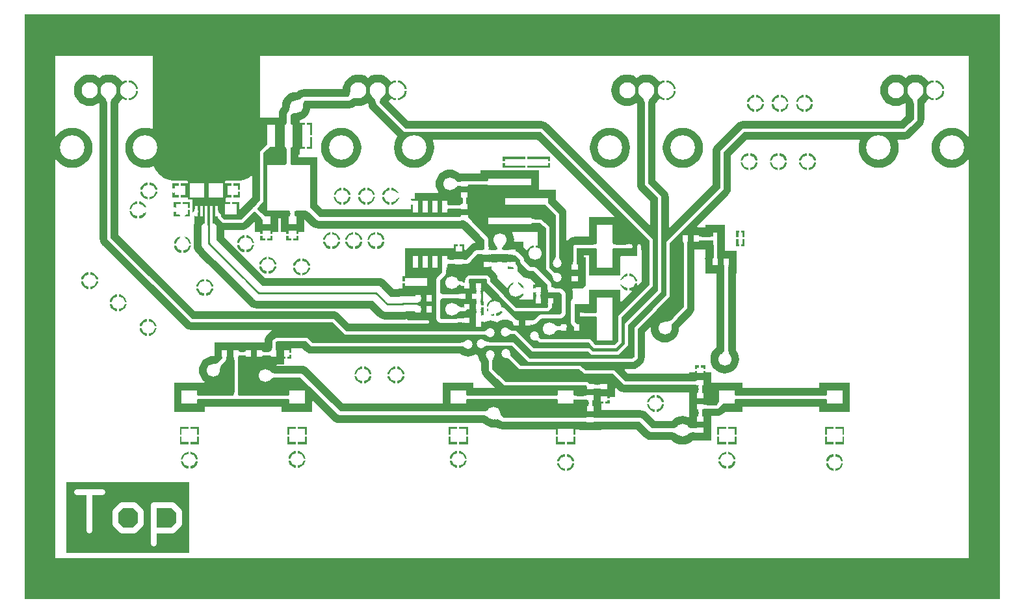
<source format=gbr>
%FSDAX33Y33*%
%MOMM*%
%SFA1B1*%

%IPPOS*%
%AMD1002*
%
%ADD38C,0.399999*%
%ADD39R,0.549999X1.500000*%
%ADD40R,1.000001X2.849999*%
%ADD41R,5.549999X5.950001*%
%ADD42R,0.650001X1.649999*%
%ADD43R,5.639999X0.960001*%
%ADD44R,2.100001X5.599999*%
%ADD45R,0.900001X0.650001*%
%ADD46R,0.650001X0.900001*%
%ADD47R,0.900001X0.750001*%
%ADD48R,0.419999X0.619999*%
%ADD49R,0.800001X0.800001*%
%ADD50R,1.050000X1.050000*%
%ADD51R,2.000001X1.799999*%
%ADD52R,0.800001X1.799999*%
%ADD53R,1.200000X0.800001*%
%ADD54R,0.399999X1.350000*%
%ADD55R,1.450000X1.300000*%
%ADD56R,1.599999X1.400000*%
%ADD57R,1.899999X1.899999*%
%ADD58R,0.750001X0.900001*%
%ADD59R,2.999999X1.000001*%
%ADD60C,1.200000*%
%ADD61C,0.299999*%
%ADD62C,0.860001*%
%ADD63C,0.499999*%
%ADD64C,0.800001*%
%ADD65C,2.100001*%
%ADD66C,3.200001*%
%ADD67C,1.699999*%
%LNtopcopper-1*%
%LPD*%
G36*
X127000Y076200D02*
X000000D01*
Y000000*
X127000*
Y076200*
G37*
%LNtopcopper-2*%
%LPC*%
G36*
X104100Y026543D02*
X104176Y026545D01*
X104245Y026551*
X104305Y026561*
X104358Y026575*
X104402Y026593*
X104438Y026615*
X104467Y026641*
X104487Y026671*
X104499Y026705*
X104503Y026743*
Y025943*
X104499Y025981*
X104487Y026015*
X104467Y026045*
X104438Y026071*
X104402Y026093*
X104358Y026111*
X104305Y026125*
X104245Y026135*
X104176Y026141*
X104100Y026143*
Y026543*
G37*
G36*
X115797Y064682D02*
X115791Y064761D01*
X115775Y064842*
X115749Y064926*
X115711Y065013*
X115663Y065103*
X115604Y065196*
X115535Y065291*
X115454Y065389*
X115262Y065593*
X116732*
X116630Y065490*
X116459Y065291*
X116389Y065196*
X116330Y065103*
X116282Y065013*
X116245Y064926*
X116218Y064842*
X116202Y064761*
X116197Y064682*
X115797*
G37*
G36*
X122988Y060410D02*
X122861Y060365D01*
X122594Y060690*
X122198Y061015*
X121746Y061257*
X121256Y061405*
X120747Y061455*
X120237Y061405*
X119747Y061257*
X119295Y061015*
X118899Y060690*
X118574Y060294*
X118333Y059843*
X118184Y059353*
X118134Y058843*
X118184Y058333*
X118333Y057843*
X118574Y057391*
X118899Y056996*
X119295Y056671*
X119747Y056429*
X120237Y056281*
X120747Y056230*
X121256Y056281*
X121746Y056429*
X122198Y056671*
X122594Y056996*
X122861Y057321*
X122988Y057275*
Y005352*
X004005*
Y057275*
X004132Y057321*
X004399Y056996*
X004795Y056671*
X005247Y056429*
X005737Y056281*
X006247Y056230*
X006756Y056281*
X007246Y056429*
X007698Y056671*
X008094Y056996*
X008419Y057391*
X008660Y057843*
X008809Y058333*
X008859Y058843*
X008809Y059353*
X008660Y059843*
X008419Y060294*
X008094Y060690*
X007698Y061015*
X007246Y061257*
X006756Y061405*
X006247Y061455*
X005737Y061405*
X005247Y061257*
X004795Y061015*
X004399Y060690*
X004132Y060365*
X004005Y060410*
Y070834*
X016688*
Y061381*
X016586Y061305*
X016256Y061405*
X015747Y061455*
X015237Y061405*
X014747Y061257*
X014295Y061015*
X013899Y060690*
X013574Y060294*
X013333Y059843*
X013184Y059353*
X013134Y058843*
X013184Y058333*
X013333Y057843*
X013574Y057391*
X013899Y056996*
X014295Y056671*
X014747Y056429*
X015237Y056281*
X015747Y056230*
X016256Y056281*
X016746Y056429*
X016799Y056457*
X016918Y056414*
X017001Y056214*
X017050Y056128*
X017094Y056040*
X017312Y055714*
X017377Y055639*
X017437Y055561*
X017715Y055284*
X017793Y055223*
X017868Y055158*
X018194Y054940*
X018282Y054897*
X018368Y054847*
X018730Y054697*
X018826Y054672*
X018919Y054640*
X019304Y054563*
X019378Y054558*
X019451Y054545*
X019647Y054535*
X019672Y054538*
X019697Y054534*
X021181*
X021293Y054497*
Y054307*
X021251Y054197*
X021166Y054197*
X020399*
Y053293*
Y052389*
X021166*
X021251*
X021293Y052279*
Y052089*
X021847*
Y048943*
X021943*
X022050Y048816*
X022014Y048543*
Y046153*
Y046153*
X022063Y045780*
X022207Y045432*
X022437Y045133*
X022762Y044808*
X023862Y043708*
Y043708*
X027353Y040217*
X027353Y040217*
X029257Y038313*
X029556Y038084*
X029904Y037940*
X030277Y037890*
X030277*
X045009*
X046002Y036898*
X046002*
X046301Y036669*
X046649Y036525*
X047022Y036475*
X049482*
X049482*
X049820Y036520*
X049911Y036464*
X049947Y036425*
Y036393*
X052648*
X052672Y036209*
X052725Y036080*
X052640Y035953*
X042248*
X041003Y037199*
X040752Y037391*
X040460Y037512*
X040147Y037553*
X022198*
X012207Y047544*
Y064602*
X012223Y064627*
X012249Y064663*
X012373Y064806*
X012443Y064878*
X012453Y064886*
X012709Y065198*
X012816Y065221*
X012839Y065204*
X013156Y065072*
X013370Y065044*
Y066343*
Y067641*
X013156Y067613*
X012839Y067482*
X012816Y067464*
X012709Y067487*
X012453Y067799*
X012141Y068056*
X011785Y068246*
X011399Y068363*
X010997Y068403*
X010595Y068363*
X010208Y068246*
X009852Y068056*
X009747Y067969*
X009641Y068056*
X009285Y068246*
X008899Y068363*
X008497Y068403*
X008095Y068363*
X007708Y068246*
X007352Y068056*
X007040Y067799*
X006784Y067487*
X006594Y067131*
X006476Y066745*
X006437Y066343*
X006476Y065941*
X006594Y065555*
X006784Y065198*
X007040Y064886*
X007352Y064630*
X007708Y064440*
X008095Y064323*
X008497Y064283*
X008899Y064323*
X009285Y064440*
X009641Y064630*
X009681Y064629*
X009756Y064610*
X009786Y064585*
Y047043*
X009828Y046730*
X009949Y046438*
X010141Y046187*
X020841Y035487*
X021092Y035295*
X021383Y035174*
X021697Y035133*
X032201*
X032226Y035006*
X032192Y034991*
X031941Y034799*
X031616Y034474*
X031423Y034223*
X031303Y033931*
X031261Y033618*
Y033493*
X024747*
Y031776*
X024675Y031704*
X024650Y031702*
X024600Y031702*
X024597Y031702*
X024592Y031701*
X024587Y031701*
X024578Y031700*
X024234Y031666*
X023885Y031560*
X023564Y031389*
X023282Y031157*
X023051Y030876*
X022879Y030554*
X022773Y030206*
X022738Y029843*
X022773Y029480*
X022879Y029131*
X023051Y028810*
X023282Y028528*
X023475Y028370*
X023430Y028243*
X019497*
Y024443*
X023497*
Y025133*
X027522*
X027522Y025133*
X027522Y025133*
X033497*
Y024443*
X037497*
Y025794*
X037614Y025843*
X040105Y023351*
X040105Y023351*
X040366Y023151*
X040670Y023025*
X040997Y022982*
X059725*
X059744Y022966*
X059780Y022931*
X059782Y022928*
X059786Y022926*
X059790Y022922*
X059797Y022916*
X060064Y022697*
X060385Y022525*
X060734Y022420*
X061097Y022384*
X061459Y022420*
X061484Y022427*
X061616Y022326*
X061920Y022200*
X062246Y022157*
Y022157*
X069243*
Y021470*
X071751*
Y022157*
X072247*
Y022093*
X073207*
X073250Y022087*
X073292Y022093*
X073301*
X073339Y022091*
X073346Y022093*
X074047*
X074054Y022091*
X074092Y022093*
X074101*
X074144Y022087*
X074186Y022093*
X075147*
Y022157*
X079662*
X080693Y021126*
X080693*
X080954Y020926*
X081258Y020800*
X081584Y020757*
X084325*
X084344Y020741*
X084380Y020706*
X084382Y020703*
X084386Y020701*
X084390Y020697*
X084397Y020691*
X084664Y020472*
X084985Y020300*
X085334Y020195*
X085697Y020159*
X086059Y020195*
X086408Y020300*
X086729Y020472*
X086996Y020691*
X086999Y020693*
X087507*
X087550Y020687*
X087592Y020693*
X087601*
X087639Y020691*
X087646Y020693*
X089447*
Y022143*
Y023908*
X090172*
X090485Y023949*
X090777Y024070*
X091028Y024262*
X091208Y024443*
X093497*
Y025133*
X103497*
Y024443*
X107497*
Y028243*
X103497*
Y027553*
X093497*
Y028243*
X089497*
X089447Y028349*
Y029593*
X088701*
Y029741*
X087997*
X087293*
Y029593*
X086547*
Y029428*
X078623*
X078170Y029881*
X078219Y029999*
X079228*
X079542Y030040*
X079834Y030161*
X080084Y030353*
X080453Y030721*
X080645Y030972*
X080766Y031264*
X080807Y031577*
Y034842*
X081153Y035187*
X081153*
X081430Y035464*
X081544Y035410*
X081538Y035343*
X081573Y034980*
X081679Y034632*
X081851Y034310*
X082082Y034028*
X082364Y033797*
X082685Y033625*
X083034Y033520*
X083397Y033484*
X083759Y033520*
X084108Y033625*
X084429Y033797*
X084711Y034028*
X084942Y034310*
X085114Y034632*
X085220Y034980*
X085256Y035343*
X085255Y035346*
X085256Y035421*
X085259Y035469*
X085263Y035497*
X086928Y037162*
X087120Y037413*
X087241Y037705*
X087282Y038018*
Y045593*
X088697*
Y045393*
X088647*
Y044488*
X088645Y044481*
X088647Y044446*
Y044432*
X088641Y044390*
X088647Y044347*
Y042493*
X090161*
Y032851*
X089890Y032629*
X089659Y032347*
X089487Y032026*
X089381Y031677*
X089346Y031314*
X089381Y030952*
X089487Y030603*
X089659Y030282*
X089890Y030000*
X090172Y029769*
X090493Y029597*
X090842Y029491*
X091204Y029455*
X091567Y029491*
X091916Y029597*
X092237Y029769*
X092519Y030000*
X092750Y030282*
X092922Y030603*
X093028Y030952*
X093063Y031314*
X093028Y031677*
X092922Y032026*
X092838Y032184*
X092810Y032250*
X092770Y032321*
X092748Y032362*
X092702Y032466*
X092694Y032487*
X092687Y032511*
X092683Y032528*
X092682Y032529*
Y042493*
X092747*
Y043454*
X092752Y043496*
X092747Y043538*
Y043548*
X092748Y043586*
X092747Y043593*
Y045393*
X091247*
Y046254*
X091252Y046296*
X091251Y046307*
X091252Y046319*
X091247Y046353*
Y048793*
X088697*
Y048493*
X087634*
X087586Y048610*
X091653Y052677*
X091845Y052928*
X091966Y053220*
X092007Y053533*
Y057842*
X094098Y059933*
X108755*
X108822Y059806*
X108684Y059353*
X108634Y058843*
X108684Y058333*
X108833Y057843*
X109074Y057391*
X109399Y056996*
X109795Y056671*
X110247Y056429*
X110737Y056281*
X111247Y056230*
X111756Y056281*
X112246Y056429*
X112698Y056671*
X113094Y056996*
X113419Y057391*
X113660Y057843*
X113809Y058333*
X113859Y058843*
X113809Y059353*
X113672Y059806*
X113738Y059933*
X114597*
X114910Y059974*
X115202Y060095*
X115453Y060287*
X116853Y061687*
X117045Y061938*
X117166Y062230*
X117207Y062543*
Y064602*
X117223Y064627*
X117249Y064663*
X117373Y064806*
X117443Y064878*
X117453Y064886*
X117709Y065198*
X117816Y065221*
X117839Y065204*
X118156Y065072*
X118370Y065044*
Y066343*
Y067641*
X118156Y067613*
X117839Y067482*
X117816Y067464*
X117709Y067487*
X117453Y067799*
X117141Y068056*
X116785Y068246*
X116399Y068363*
X115997Y068403*
X115595Y068363*
X115208Y068246*
X114852Y068056*
X114747Y067969*
X114641Y068056*
X114285Y068246*
X113899Y068363*
X113497Y068403*
X113095Y068363*
X112708Y068246*
X112352Y068056*
X112040Y067799*
X111784Y067487*
X111594Y067131*
X111476Y066745*
X111437Y066343*
X111476Y065941*
X111594Y065555*
X111784Y065198*
X112040Y064886*
X112352Y064630*
X112708Y064440*
X113095Y064323*
X113497Y064283*
X113899Y064323*
X114285Y064440*
X114641Y064630*
X114681Y064629*
X114756Y064610*
X114786Y064585*
Y063044*
X114095Y062353*
X093597*
X093283Y062312*
X092992Y062191*
X092741Y061999*
X089941Y059199*
X089748Y058948*
X089628Y058656*
X089586Y058343*
Y054034*
X084024Y048472*
X083907Y048521*
Y052413*
X083866Y052726*
X083745Y053018*
X083553Y053269*
X082207Y054614*
Y064602*
X082223Y064627*
X082249Y064663*
X082373Y064806*
X082443Y064878*
X082453Y064886*
X082709Y065198*
X082816Y065221*
X082839Y065204*
X083156Y065072*
X083370Y065044*
Y066343*
Y067641*
X083156Y067613*
X082839Y067482*
X082816Y067464*
X082709Y067487*
X082453Y067799*
X082141Y068056*
X081785Y068246*
X081399Y068363*
X080997Y068403*
X080595Y068363*
X080208Y068246*
X079852Y068056*
X079747Y067969*
X079641Y068056*
X079285Y068246*
X078899Y068363*
X078497Y068403*
X078095Y068363*
X077708Y068246*
X077352Y068056*
X077040Y067799*
X076784Y067487*
X076594Y067131*
X076476Y066745*
X076437Y066343*
X076476Y065941*
X076594Y065555*
X076784Y065198*
X077040Y064886*
X077352Y064630*
X077708Y064440*
X078095Y064323*
X078497Y064283*
X078899Y064323*
X079285Y064440*
X079641Y064630*
X079681Y064629*
X079756Y064610*
X079786Y064585*
Y054113*
X079828Y053800*
X079948Y053508*
X080141Y053257*
X081486Y051912*
Y048831*
X081369Y048782*
X068153Y061999*
X067902Y062191*
X067610Y062312*
X067297Y062353*
X049998*
X047459Y064893*
X047709Y065198*
X047816Y065221*
X047839Y065204*
X048156Y065072*
X048370Y065044*
Y066343*
Y067641*
X048156Y067613*
X047839Y067482*
X047816Y067464*
X047709Y067487*
X047453Y067799*
X047141Y068056*
X046785Y068246*
X046399Y068363*
X045997Y068403*
X045595Y068363*
X045208Y068246*
X044852Y068056*
X044747Y067969*
X044641Y068056*
X044285Y068246*
X043899Y068363*
X043497Y068403*
X043095Y068363*
X042708Y068246*
X042352Y068056*
X042040Y067799*
X041784Y067487*
X041594Y067131*
X041476Y066745*
X041455Y066531*
X041449Y066504*
X036397*
X036070Y066461*
X035766Y066335*
X035505Y066134*
X035475Y066104*
X035450Y066102*
X035400Y066102*
X035397Y066102*
X035392Y066101*
X035387Y066101*
X035378Y066100*
X035034Y066066*
X034685Y065960*
X034364Y065789*
X034082Y065557*
X033851Y065276*
X033679Y064954*
X033573Y064606*
X033540Y064262*
X033538Y064253*
X033538Y064247*
X033538Y064243*
X033538Y064240*
X033537Y064189*
X033535Y064164*
X033505Y064134*
X033305Y063873*
X033179Y063569*
X033136Y063243*
Y062818*
X030705*
Y070834*
X122988*
Y060410*
G37*
G36*
X044675Y064629D02*
X044792Y064593D01*
X044793Y064591*
X044828Y064330*
X044948Y064038*
X045141Y063787*
X048601Y060327*
X048574Y060294*
X048333Y059843*
X048184Y059353*
X048134Y058843*
X048184Y058333*
X048333Y057843*
X048574Y057391*
X048899Y056996*
X049295Y056671*
X049747Y056429*
X050237Y056281*
X050747Y056230*
X051256Y056281*
X051746Y056429*
X052198Y056671*
X052594Y056996*
X052919Y057391*
X053160Y057843*
X053309Y058333*
X053359Y058843*
X053309Y059353*
X053172Y059806*
X053238Y059933*
X066795*
X076802Y049926*
X076753Y049809*
X073525*
Y047253*
X071697*
X071383Y047212*
X071092Y047091*
X070841Y046899*
X070794Y046851*
X070727Y046765*
X070607Y046806*
Y050203*
X070566Y050516*
X070445Y050808*
X070253Y051059*
X069207Y052105*
Y053353*
X067027*
Y055893*
X059387*
Y055501*
X057419*
X057360Y055493*
X056892*
X056850Y055498*
X056807Y055493*
X056669*
X056657Y055502*
X056429Y055689*
X056108Y055860*
X055759Y055966*
X055397Y056002*
X055034Y055966*
X054685Y055860*
X054364Y055689*
X054082Y055457*
X053851Y055176*
X053679Y054854*
X053573Y054506*
X053538Y054143*
X053573Y053780*
X053679Y053431*
X053851Y053110*
X053873Y053083*
X053819Y052968*
X050871*
Y052222*
X050347*
Y050829*
X038794*
X038208Y051414*
X038172Y051454*
Y057618*
X035657*
Y057968*
X035897*
Y058602*
X035933Y058714*
X036024*
X036560*
Y060393*
X036687*
X036560*
Y062072*
X035933*
X035897Y062184*
Y062461*
X036108Y062525*
X036429Y062697*
X036711Y062928*
X036942Y063210*
X037114Y063532*
X037220Y063880*
X037230Y063982*
X042263*
X042590Y064025*
X042894Y064151*
X043058Y064277*
X043107Y064310*
X043122Y064311*
X043160Y064309*
X043242Y064300*
X043251Y064301*
X043260Y064299*
X043316Y064301*
X043497Y064283*
X043899Y064323*
X044285Y064440*
X044641Y064630*
X044675Y064629*
G37*
G36*
X080386Y041444D02*
X079848Y040906D01*
X079741Y040978*
X079772Y041055*
X079793Y041216*
X078824*
Y040246*
X078985Y040267*
X079062Y040299*
X079133Y040191*
X077742Y038800*
X077625Y038849*
Y040309*
X073525*
Y038453*
X072796*
X072754Y038458*
X072711Y038453*
X071457*
Y039850*
Y039850*
X071415Y040176*
X071336Y040366*
X071421Y040493*
X073099*
Y041943*
Y044593*
X072860*
Y044833*
X073525*
Y042209*
X077625*
Y044697*
X077737Y044733*
X078655*
X078672Y044730*
X078706Y044732*
X078740Y044727*
X078782Y044733*
X080157*
Y045479*
X080386*
Y041444*
G37*
G36*
X063200Y043286D02*
X063195Y043314D01*
X063180Y043339*
X063155Y043361*
X063120Y043380*
X063075Y043396*
X063020Y043409*
X062955Y043420*
X062943Y043421*
Y043029*
X063965*
X064842Y042151*
X065104Y041951*
X065408Y041825*
X065734Y041782*
X065734*
X065874*
X066542Y041114*
X066494Y040997*
X066283*
Y040513*
X066295Y040515*
X066360Y040532*
X066415Y040555*
X066460Y040582*
X066495Y040614*
X066520Y040651*
X066535Y040693*
X066540Y040740*
Y040470*
X066937*
Y040216*
X066540*
Y039946*
X067334*
X067306Y039941*
X067281Y039926*
X067259Y039901*
X067240Y039866*
X067232Y039846*
X067334*
X067306Y039841*
X067281Y039826*
X067259Y039801*
X067240Y039766*
X067223Y039721*
X067210Y039666*
X067200Y039601*
X067199Y039594*
X067200Y039585*
X067210Y039520*
X067223Y039465*
X067240Y039420*
X067259Y039385*
X067281Y039360*
X067306Y039345*
X067334Y039340*
X066540*
X066568Y039345*
X066593Y039360*
X066615Y039385*
X066634Y039420*
X066650Y039465*
X066663Y039520*
X066673Y039585*
X066674Y039592*
X066673Y039601*
X066663Y039666*
X066650Y039721*
X066634Y039766*
X066615Y039801*
X066593Y039826*
X066568Y039841*
X066540Y039846*
X066641*
X066634Y039866*
X066615Y039901*
X066593Y039926*
X066568Y039941*
X066540Y039946*
X066535Y039955*
X066520Y039963*
X066495Y039970*
X066460Y039976*
X066415Y039981*
X066283Y039988*
Y039689*
Y039597*
Y039053*
X064508*
X064465Y039105*
X064504Y039258*
X064553Y039279*
X064784Y039456*
X064961Y039686*
X065072Y039954*
X065024Y039938*
X064952Y039907*
X064880Y039869*
X064810Y039824*
X064741Y039772*
X064672Y039713*
X064604Y039648*
Y040116*
X063997*
Y040243*
X063870*
Y040850*
X063402*
X063467Y040918*
X063526Y040987*
X063578Y041056*
X063622Y041127*
X063660Y041198*
X063691Y041270*
X063708Y041318*
X063440Y041207*
X063209Y041030*
X063032Y040800*
X062973Y040657*
X062824Y040628*
X061602Y041850*
X061566Y042122*
X061445Y042414*
X061253Y042664*
X061018Y042899*
X060947Y042953*
X060851Y043029*
Y043421*
X060839Y043420*
X060774Y043409*
X060719Y043396*
X060674Y043380*
X060639Y043361*
X060614Y043339*
X060599Y043314*
X060594Y043286*
Y043556*
X060197*
Y043810*
X060594*
Y044080*
X060599Y044052*
X060614Y044027*
X060639Y044005*
X060674Y043986*
X060719Y043970*
X060774Y043956*
X060839Y043946*
X060914Y043939*
X061094Y043933*
Y043843*
X061597*
Y043982*
X062197*
Y043843*
X062700*
Y043933*
X062795Y043934*
X062955Y043946*
X063020Y043956*
X063075Y043970*
X063120Y043986*
X063155Y044005*
X063180Y044027*
X063195Y044052*
X063200Y044080*
Y043286*
G37*
G36*
X059526Y040441D02*
X059501Y040426D01*
X059479Y040401*
X059460Y040366*
X059443Y040321*
X059430Y040266*
X059420Y040201*
X059417Y040174*
X059428Y040025*
X059438Y039980*
X059449Y039945*
X059462Y039920*
X059477Y039905*
X059494Y039900*
X058657*
X058704Y039905*
X058747Y039920*
X058784Y039945*
X058817Y039980*
X058844Y040025*
X058867Y040080*
X058884Y040145*
X058893Y040201*
X058893Y040201*
X058883Y040266*
X058870Y040321*
X058854Y040366*
X058835Y040401*
X058813Y040426*
X058788Y040441*
X058760Y040446*
X059554*
X059526Y040441*
G37*
G36*
X059494Y039106D02*
X059477Y039101D01*
X059462Y039086*
X059449Y039061*
X059438Y039026*
X059428Y038981*
X059421Y038926*
X059415Y038851*
X059420Y038785*
X059430Y038720*
X059443Y038665*
X059460Y038620*
X059479Y038585*
X059501Y038560*
X059526Y038545*
X059554Y038540*
X058760*
X058788Y038545*
X058813Y038560*
X058835Y038585*
X058854Y038620*
X058870Y038665*
X058883Y038720*
X058893Y038785*
X058895Y038798*
X058884Y038862*
X058867Y038927*
X058844Y038983*
X058817Y039028*
X058784Y039063*
X058747Y039089*
X058704Y039104*
X058657Y039109*
X059494Y039106*
G37*
G36*
X059526Y037741D02*
X059501Y037726D01*
X059479Y037701*
X059460Y037666*
X059443Y037621*
X059430Y037566*
X059420Y037501*
X059419Y037494*
X059420Y037485*
X059430Y037420*
X059443Y037365*
X059460Y037320*
X059479Y037285*
X059501Y037260*
X059526Y037245*
X059554Y037240*
X058760*
X058788Y037245*
X058813Y037260*
X058835Y037285*
X058854Y037320*
X058870Y037365*
X058883Y037420*
X058893Y037485*
X058894Y037492*
X058893Y037501*
X058883Y037566*
X058870Y037621*
X058854Y037666*
X058835Y037701*
X058813Y037726*
X058788Y037741*
X058760Y037746*
X059554*
X059526Y037741*
G37*
G36*
X060858Y039170D02*
X060833Y039046D01*
X060740Y039007*
X060509Y038830*
X060332Y038600*
X060221Y038331*
X060200Y038170*
X061297*
Y038043*
X061424*
Y036946*
X061585Y036967*
X061853Y037079*
X062084Y037256*
X062261Y037486*
X062300Y037579*
X062424Y037604*
X063041Y036987*
X063291Y036795*
X063308Y036788*
X063383Y036697*
Y036536*
X063640Y036793*
X063742Y036694*
X063926Y036539*
X064007Y036482*
X064082Y036440*
X064149Y036412*
X064209Y036397*
X064262*
X064308Y036412*
X064347Y036440*
X063640Y035733*
X063668Y035772*
X063682Y035818*
Y035871*
X063668Y035931*
X063640Y035998*
X063597Y036072*
X063541Y036153*
X063470Y036242*
X063368Y036352*
X063274Y036295*
X063212Y036328*
X062910Y036420*
X062597Y036451*
X062283Y036420*
X061981Y036328*
X061703Y036180*
X061585Y036082*
X061312Y036228*
X061010Y036320*
X060697Y036351*
X060383Y036320*
X060081Y036228*
X059920Y036142*
X059811Y036207*
Y036216*
X059157*
Y036470*
X059554*
Y037158*
X059558Y037124*
X059571Y037093*
X059592Y037066*
X059622Y037043*
X059661Y037023*
X059708Y037007*
X059764Y036995*
X059811Y036988*
Y037489*
Y038016*
X059157*
Y038270*
X059811*
Y038797*
X059751Y038849*
Y040098*
X059878Y040150*
X060858Y039170*
G37*
G36*
X021917Y050421D02*
X021971Y050478D01*
X022019Y050534*
X022061Y050591*
X022098Y050647*
X022129Y050704*
X022154Y050760*
X022174Y050817*
X022188Y050873*
X022197Y050930*
X022200Y050987*
Y049946*
X022198Y049980*
X022191Y050007*
X022181Y050025*
X022166Y050035*
X022147Y050037*
X022124Y050031*
X022096Y050017*
X022064Y049995*
X022028Y049965*
X021988Y049926*
X021917Y050421*
G37*
G36*
X022894Y026143D02*
X022817Y026141D01*
X022749Y026135*
X022688Y026125*
X022636Y026111*
X022591Y026093*
X022555Y026071*
X022527Y026045*
X022507Y026015*
X022495Y025981*
X022491Y025943*
Y026743*
X022495Y026705*
X022507Y026671*
X022527Y026641*
X022555Y026615*
X022591Y026593*
X022636Y026575*
X022688Y026561*
X022749Y026551*
X022817Y026545*
X022894Y026543*
Y026143*
G37*
G36*
X025255Y049901D02*
X025247Y049910D01*
X025218Y049935*
X025212Y049939*
X025206Y049942*
X025202Y049944*
X025197Y049946*
X025194Y049946*
X025191Y050652*
X025194Y050626*
X025202Y050597*
X025217Y050565*
X025237Y050529*
X025262Y050490*
X025294Y050448*
X025374Y050354*
X025476Y050246*
X025255Y049901*
G37*
G36*
X025709Y030601D02*
X025658Y030546D01*
X025613Y030486*
X025573Y030422*
X025539Y030353*
X025510Y030280*
X025486Y030203*
X025468Y030122*
X025456Y030036*
X025448Y029946*
X025447Y029851*
X024605Y030693*
X024700Y030695*
X024790Y030702*
X024876Y030714*
X024957Y030732*
X025034Y030756*
X025107Y030785*
X025175Y030819*
X025240Y030859*
X025299Y030904*
X025355Y030955*
X025709Y030601*
G37*
G36*
X025766Y031263D02*
X025750Y031596D01*
X026350Y031599*
X026334Y031596*
X026320Y031585*
X026307Y031569*
X026296Y031545*
X026287Y031515*
X026280Y031478*
X026274Y031434*
X026267Y031326*
X026266Y031263*
X025766*
G37*
G36*
X027322Y031196D02*
X027320Y031272D01*
X027311Y031400*
X027302Y031452*
X027291Y031496*
X027278Y031532*
X027262Y031560*
X027244Y031580*
X027223Y031592*
X027200Y031596*
X027844*
X027820Y031592*
X027800Y031580*
X027781Y031560*
X027766Y031532*
X027752Y031496*
X027741Y031452*
X027733Y031400*
X027727Y031340*
X027722Y031196*
X027322*
G37*
G36*
X027726Y026867D02*
X027738Y026799D01*
X027758Y026739*
X027786Y026687*
X027822Y026643*
X027866Y026607*
X027918Y026579*
X027978Y026559*
X028046Y026547*
X028122Y026543*
X028122*
X027522Y026143*
X026922Y026543*
X026998Y026547*
X027066Y026559*
X027126Y026579*
X027178Y026607*
X027222Y026643*
X027258Y026687*
X027286Y026739*
X027306Y026799*
X027318Y026867*
X027322Y026943*
X027722*
X027726Y026867*
G37*
G36*
X028244Y031843D02*
X028167Y031841D01*
X028099Y031835*
X028038Y031825*
X027986Y031811*
X027941Y031793*
X027905Y031771*
X027877Y031745*
X027857Y031715*
X027845Y031681*
X027841Y031643*
Y032443*
X027845Y032405*
X027857Y032371*
X027877Y032341*
X027905Y032315*
X027941Y032293*
X027986Y032275*
X028038Y032261*
X028099Y032251*
X028167Y032245*
X028244Y032243*
Y031843*
G37*
G36*
X028450Y032243D02*
X028526Y032245D01*
X028595Y032251*
X028655Y032261*
X028708Y032275*
X028752Y032293*
X028788Y032315*
X028817Y032341*
X028837Y032371*
X028849Y032405*
X028853Y032443*
Y031643*
X028849Y031681*
X028837Y031715*
X028817Y031745*
X028788Y031771*
X028752Y031793*
X028708Y031811*
X028655Y031825*
X028595Y031835*
X028526Y031841*
X028450Y031843*
Y032243*
G37*
G36*
X029681Y055135D02*
X029686Y055129D01*
Y052444*
X029053Y051811*
X028068Y050826*
X027951Y050875*
Y051797*
X027024*
Y050843*
X026770*
Y051797*
X026197*
Y052262*
X026197Y052293*
X026272Y052389*
X026995*
Y053293*
Y054197*
X026228*
X026143Y054197*
X026101Y054306*
Y054497*
X026212Y054534*
X027697*
X027721Y054538*
X027746Y054535*
X027942Y054545*
X028015Y054558*
X028089Y054563*
X028474Y054640*
X028568Y054672*
X028663Y054697*
X029025Y054847*
X029111Y054897*
X029200Y054940*
X029526Y055158*
X029559Y055188*
X029681Y055135*
G37*
G36*
X029768Y051097D02*
X030475Y051238D01*
X030424Y051182*
X030384Y051125*
X030356Y051069*
X030339Y051012*
X030333Y050955*
X030339Y050899*
X030356Y050842*
X030384Y050786*
X030424Y050729*
X030475Y050673*
X030192Y050390*
X030135Y050441*
X030079Y050480*
X030022Y050508*
X029966Y050525*
X029909Y050531*
X029853Y050525*
X029796Y050508*
X029739Y050480*
X029683Y050441*
X029626Y050390*
X029768Y051097*
G37*
G36*
X030975Y050173D02*
X031057Y050093D01*
X031204Y049968*
X031270Y049923*
X031329Y049888*
X031383Y049865*
X031431Y049854*
X031473Y049853*
X031510Y049864*
X031540Y049887*
X030978Y049324*
X031000Y049355*
X031011Y049392*
X031011Y049434*
X030999Y049482*
X030976Y049536*
X030942Y049595*
X030896Y049660*
X030840Y049731*
X030692Y049890*
X030975Y050173*
G37*
G36*
X031327Y058971D02*
X031406Y059053D01*
X031531Y059200*
X031576Y059265*
X031610Y059325*
X031632Y059378*
X031644Y059426*
Y059469*
X031632Y059506*
X031610Y059537*
X032175Y058971*
X032144Y058994*
X032108Y059005*
X032065*
X032017Y058994*
X031963Y058971*
X031904Y058937*
X031839Y058892*
X031768Y058835*
X031610Y058688*
X031327Y058971*
G37*
G36*
X031344Y031843D02*
X031268Y031841D01*
X031200Y031835*
X031140Y031825*
X031088Y031811*
X031044Y031793*
X031008Y031771*
X030980Y031745*
X030960Y031715*
X030948Y031681*
X030944Y031643*
Y032443*
X030948Y032405*
X030960Y032371*
X030980Y032341*
X031008Y032315*
X031044Y032293*
X031088Y032275*
X031140Y032261*
X031200Y032251*
X031268Y032245*
X031344Y032243*
Y031843*
G37*
G36*
X031700Y032243D02*
X031776Y032245D01*
X031845Y032251*
X031905Y032261*
X031958Y032275*
X032002Y032293*
X032038Y032315*
X032067Y032341*
X032087Y032371*
X032099Y032405*
X032103Y032443*
Y031643*
X032099Y031681*
X032087Y031715*
X032067Y031745*
X032038Y031771*
X032002Y031793*
X031958Y031811*
X031905Y031825*
X031845Y031835*
X031776Y031841*
X031700Y031843*
Y032243*
G37*
G36*
X032667Y028938D02*
X032592Y028935D01*
X032518Y028924*
X032445Y028907*
X032372Y028883*
X032300Y028852*
X032229Y028814*
X032159Y028769*
X032089Y028717*
X032020Y028659*
X031952Y028593*
Y029783*
X032020Y029718*
X032089Y029659*
X032159Y029607*
X032229Y029562*
X032300Y029524*
X032372Y029493*
X032445Y029469*
X032518Y029452*
X032592Y029442*
X032667Y029438*
Y028938*
G37*
G36*
X032672Y032890D02*
X032673Y032814D01*
X032679Y032746*
X032687Y032686*
X032699Y032634*
X032715Y032590*
X032734Y032554*
X032756Y032526*
X032782Y032506*
X032811Y032494*
X032844Y032490*
X032100*
X032132Y032494*
X032162Y032506*
X032187Y032526*
X032210Y032554*
X032229Y032590*
X032244Y032634*
X032256Y032686*
X032265Y032746*
X032270Y032814*
X032272Y032890*
X032672*
G37*
G36*
X033372Y047843D02*
X034118D01*
Y047645*
X034897*
X035676*
Y047843*
X036422*
Y049469*
X036539Y049518*
X037380Y048677*
X037641Y048476*
X037945Y048350*
X038271Y048307*
X056804*
X057021Y048336*
X058745Y046612*
X058699Y046478*
X058570Y046461*
X058266Y046335*
X058005Y046134*
Y046134*
X057418Y045547*
X057301Y045596*
Y046297*
X056724*
Y045668*
X056470*
Y046297*
X055893*
Y045768*
X049601*
Y042118*
X049483Y042097*
X049243*
Y041470*
X050997*
Y041216*
X049243*
Y040589*
X049136Y040540*
X049092*
X048719Y040491*
X048668Y040470*
X048079*
X047087Y041463*
X047087*
X046788Y041692*
X046440Y041836*
X046067Y041885*
X031334*
X030503Y042717*
Y042717*
X026009Y047210*
Y048133*
X028297*
X028610Y048174*
X028902Y048295*
X029153Y048487*
X029845Y049179*
X029972Y049127*
Y047843*
X030718*
Y047645*
X031497*
X032276*
Y047843*
X033022*
Y049668*
X033372*
Y047843*
G37*
G36*
X034100Y026543D02*
X034176Y026545D01*
X034245Y026551*
X034305Y026561*
X034358Y026575*
X034402Y026593*
X034438Y026615*
X034467Y026641*
X034487Y026671*
X034499Y026705*
X034503Y026743*
Y025943*
X034499Y025981*
X034487Y026015*
X034467Y026045*
X034438Y026071*
X034402Y026093*
X034358Y026111*
X034305Y026125*
X034245Y026135*
X034176Y026141*
X034100Y026143*
Y026543*
G37*
G36*
X034147Y058471D02*
X034144Y058566D01*
X034137Y058651*
X034124Y058726*
X034107Y058791*
X034085Y058846*
X034058Y058891*
X034026Y058926*
X033989Y058951*
X033947Y058966*
X033900Y058971*
X034894*
X034847Y058966*
X034805Y058951*
X034768Y058926*
X034736Y058891*
X034708Y058846*
X034686Y058791*
X034669Y058726*
X034657Y058651*
X034649Y058566*
X034647Y058471*
X034147*
G37*
G36*
X034285Y063485D02*
X034335Y063540D01*
X034381Y063600*
X034420Y063664*
X034455Y063733*
X034484Y063805*
X034507Y063883*
X034525Y063964*
X034538Y064050*
X034545Y064140*
X034547Y064234*
X035388Y063393*
X035294Y063391*
X035204Y063384*
X035118Y063371*
X035036Y063353*
X034959Y063330*
X034886Y063301*
X034818Y063267*
X034754Y063227*
X034694Y063182*
X034638Y063131*
X034285Y063485*
G37*
G36*
X034647Y057115D02*
X034649Y057019D01*
X034657Y056934*
X034669Y056858*
X034687Y056793*
X034709Y056738*
X034737Y056692*
X034769Y056657*
X034807Y056632*
X034849Y056617*
X034897Y056612*
X033897*
X033944Y056617*
X033987Y056632*
X034024Y056657*
X034057Y056692*
X034084Y056738*
X034107Y056793*
X034124Y056858*
X034137Y056934*
X034144Y057019*
X034147Y057115*
X034647*
G37*
G36*
Y062315D02*
X034649Y062220D01*
X034657Y062135*
X034669Y062060*
X034686Y061995*
X034708Y061940*
X034736Y061895*
X034768Y061860*
X034805Y061835*
X034847Y061820*
X034894Y061815*
X033900*
X033947Y061820*
X033989Y061835*
X034026Y061860*
X034058Y061895*
X034085Y061940*
X034107Y061995*
X034124Y062060*
X034137Y062135*
X034144Y062220*
X034147Y062315*
X034647*
G37*
G36*
X035349Y050669D02*
X035307Y050654D01*
X035269Y050629*
X035237Y050594*
X035209Y050548*
X035187Y050493*
X035169Y050427*
X035157Y050352*
X035150Y050280*
X035157Y050209*
X035169Y050133*
X035187Y050068*
X035209Y050013*
X035237Y049967*
X035269Y049932*
X035307Y049907*
X035349Y049892*
X035397Y049887*
X034397*
X034444Y049892*
X034487Y049907*
X034524Y049932*
X034557Y049967*
X034584Y050013*
X034607Y050068*
X034624Y050133*
X034637Y050209*
X034643Y050280*
X034637Y050352*
X034624Y050427*
X034607Y050493*
X034584Y050548*
X034557Y050594*
X034524Y050629*
X034487Y050654*
X034444Y050669*
X034397Y050674*
X035397*
X035349Y050669*
G37*
G36*
X062426Y046168D02*
X062367Y046099D01*
X062316Y046029*
X062271Y045959*
X062233Y045888*
X062202Y045816*
X062184Y045762*
X062192Y045738*
X062227Y045673*
X062272Y045618*
X062327Y045573*
X062392Y045538*
X062467Y045513*
X062552Y045498*
X062647Y045493*
X061897Y044993*
X061147Y045493*
X061242Y045498*
X061327Y045513*
X061402Y045538*
X061467Y045573*
X061522Y045618*
X061567Y045673*
X061602Y045738*
X061610Y045762*
X061592Y045816*
X061560Y045888*
X061522Y045959*
X061478Y046029*
X061426Y046099*
X061367Y046168*
X061302Y046236*
X062492*
X062426Y046168*
G37*
G36*
X036509Y065001D02*
X036458Y064946D01*
X036413Y064886*
X036373Y064822*
X036339Y064753*
X036310Y064680*
X036286Y064603*
X036268Y064522*
X036256Y064436*
X036248Y064346*
X036247Y064251*
X035405Y065093*
X035500Y065095*
X035590Y065102*
X035676Y065114*
X035757Y065132*
X035834Y065156*
X035907Y065185*
X035975Y065219*
X036040Y065259*
X036099Y065304*
X036155Y065355*
X036509Y065001*
G37*
G36*
X036541Y032387D02*
X036792Y032195D01*
X037083Y032074*
X037397Y032033*
X056749*
X056903Y031906*
X057181Y031758*
X057483Y031666*
X057797Y031635*
X058110Y031666*
X058412Y031758*
X058690Y031906*
X058730Y031939*
X058881Y031858*
X059094Y031793*
X059120Y031529*
X059211Y031228*
X059360Y030950*
X059486Y030796*
Y029943*
X059528Y029630*
X059648Y029338*
X059841Y029087*
X061257Y027671*
X061209Y027553*
X058497*
Y028243*
X054497*
Y025504*
X041519*
X036943Y030080*
X036682Y030280*
X036378Y030406*
X036051Y030449*
X032827*
X032815Y030466*
X032882Y030593*
X033847*
Y031339*
X033995*
Y032043*
X034122*
Y032170*
X034751*
Y032733*
X036195*
X036541Y032387*
G37*
G36*
X037169Y050317D02*
X037066Y050417D01*
X036882Y050573*
X036800Y050630*
X036726Y050672*
X036659Y050701*
X036599Y050716*
X036546Y050716*
X036500Y050702*
X036462Y050674*
X037166Y051378*
X037138Y051339*
X037124Y051294*
X037124Y051241*
X037139Y051181*
X037167Y051114*
X037210Y051039*
X037267Y050958*
X037338Y050869*
X037522Y050671*
X037169Y050317*
G37*
G36*
X042106Y065440D02*
X042167Y065506D01*
X042221Y065578*
X042270Y065657*
X042312Y065742*
X042349Y065834*
X042381Y065932*
X042406Y066036*
X042426Y066146*
X042440Y066263*
X042448Y066386*
X043351Y065303*
X043235Y065316*
X043125Y065320*
X043021Y065317*
X042921Y065305*
X042828Y065285*
X042739Y065258*
X042656Y065222*
X042579Y065178*
X042507Y065126*
X042440Y065066*
X042106Y065440*
G37*
G36*
X045797Y064682D02*
X045791Y064761D01*
X045775Y064842*
X045749Y064926*
X045711Y065013*
X045663Y065103*
X045604Y065196*
X045535Y065291*
X045454Y065389*
X045262Y065593*
X046732*
X046630Y065490*
X046459Y065291*
X046389Y065196*
X046330Y065103*
X046282Y065013*
X046245Y064926*
X046218Y064842*
X046202Y064761*
X046197Y064682*
X045797*
G37*
G36*
X054411Y042621D02*
X054414Y043121D01*
X055058*
X055030Y043116*
X055005Y043101*
X054983Y043076*
X054964Y043041*
X054948Y042996*
X054935Y042941*
X054925Y042876*
X054917Y042801*
X054911Y042621*
X054411*
G37*
G36*
X054640Y039753D02*
Y039253D01*
X054545Y039248*
X054460Y039233*
X054385Y039208*
X054320Y039173*
X054265Y039128*
X054220Y039073*
X054185Y039008*
X054160Y038933*
X054145Y038848*
X054140Y038753*
X053640Y039503*
X054140Y040253*
X054145Y040158*
X054160Y040073*
X054185Y039998*
X054220Y039933*
X054265Y039878*
X054320Y039833*
X054385Y039798*
X054460Y039773*
X054545Y039758*
X054640Y039753*
G37*
G36*
X055458Y050968D02*
X055382Y050966D01*
X055313Y050960*
X055253Y050950*
X055200Y050936*
X055156Y050918*
X055120Y050896*
X055092Y050870*
X055071Y050840*
X055059Y050806*
X055055Y050768*
Y051568*
X055059Y051530*
X055071Y051496*
X055092Y051466*
X055120Y051440*
X055156Y051418*
X055200Y051400*
X055253Y051386*
X055313Y051376*
X055382Y051370*
X055458Y051368*
Y050968*
G37*
G36*
X055558Y043768D02*
X055463Y043765D01*
X055377Y043758*
X055302Y043745*
X055236Y043728*
X055181Y043705*
X055136Y043678*
X055101Y043645*
X055075Y043608*
X055060Y043565*
X055055Y043518*
Y044518*
X055060Y044470*
X055075Y044428*
X055101Y044390*
X055136Y044358*
X055181Y044330*
X055236Y044308*
X055302Y044290*
X055377Y044278*
X055463Y044270*
X055558Y044268*
Y043768*
G37*
G36*
X055650Y044268D02*
X055745Y044269D01*
X055970Y044287*
X056025Y044298*
X056070Y044312*
X056105Y044328*
X056130Y044346*
X056145Y044367*
X056150Y044390*
Y043646*
X056145Y043669*
X056130Y043690*
X056105Y043708*
X056070Y043724*
X056025Y043737*
X055970Y043748*
X055905Y043757*
X055745Y043767*
X055650Y043768*
Y044268*
G37*
G36*
X056073Y054672D02*
X056227Y054547D01*
X056302Y054496*
X056376Y054453*
X056449Y054418*
X056521Y054391*
X056592Y054371*
X056626Y054365*
X056654Y054367*
X056706Y054377*
X056750Y054389*
X056786Y054404*
X056814Y054421*
X056834Y054441*
X056846Y054464*
X056850Y054490*
Y053846*
X056846Y053867*
X056834Y053885*
X056814Y053902*
X056786Y053916*
X056750Y053928*
X056706Y053938*
X056654Y053946*
X056640Y053947*
X056597Y053939*
X056526Y053920*
X056455Y053892*
X056383Y053856*
X056310Y053812*
X056237Y053760*
X056163Y053700*
X056088Y053633*
X056012Y053557*
X055995Y054747*
X056073Y054672*
G37*
G36*
X056200Y039753D02*
X056295Y039754D01*
X056455Y039766*
X056520Y039776*
X056575Y039790*
X056620Y039806*
X056655Y039825*
X056680Y039847*
X056695Y039872*
X056700Y039900*
Y039106*
X056695Y039134*
X056680Y039159*
X056655Y039181*
X056620Y039200*
X056575Y039216*
X056520Y039229*
X056455Y039240*
X056380Y039247*
X056200Y039253*
Y039753*
G37*
G36*
X056381Y038363D02*
X056532Y038236D01*
X056606Y038185*
X056680Y038142*
X056752Y038106*
X056824Y038078*
X056894Y038059*
X056942Y038051*
X056944Y038051*
X057005Y038061*
X057057Y038075*
X057101Y038093*
X057138Y038115*
X057166Y038141*
X057186Y038171*
X057199Y038205*
X057203Y038243*
X057200Y037746*
X057196Y037726*
X057184Y037709*
X057164Y037693*
X057136Y037680*
X057100Y037669*
X057056Y037659*
X057033Y037656*
Y037643*
X056964Y037639*
X056894Y037627*
X056824Y037607*
X056752Y037580*
X056680Y037544*
X056606Y037501*
X056532Y037449*
X056457Y037390*
X056381Y037323*
X056304Y037248*
Y038438*
X056381Y038363*
G37*
G36*
X056450Y051368D02*
X056526Y051369D01*
X056654Y051379*
X056706Y051387*
X056750Y051398*
X056786Y051412*
X056814Y051428*
X056834Y051446*
X056846Y051467*
X056850Y051490*
Y050846*
X056846Y050869*
X056834Y050890*
X056814Y050908*
X056786Y050924*
X056750Y050937*
X056706Y050948*
X056654Y050957*
X056594Y050963*
X056450Y050968*
Y051368*
G37*
G36*
X056700Y036593D02*
X056795Y036594D01*
X056955Y036606*
X057020Y036616*
X057075Y036630*
X057120Y036646*
X057155Y036665*
X057180Y036687*
X057195Y036712*
X057200Y036740*
Y035946*
X057195Y035974*
X057180Y035999*
X057155Y036021*
X057120Y036040*
X057075Y036056*
X057020Y036069*
X056955Y036080*
X056880Y036087*
X056700Y036093*
Y036593*
G37*
G36*
X056831Y033443D02*
X056897Y033445D01*
X056960Y033451*
X057020Y033461*
X057077Y033475*
X057130Y033493*
X057181Y033515*
X057228Y033541*
X057271Y033571*
X057312Y033605*
X057349Y033643*
Y032843*
X057312Y032881*
X057271Y032915*
X057228Y032945*
X057181Y032971*
X057130Y032993*
X057077Y033011*
X057020Y033025*
X056960Y033035*
X056897Y033041*
X056831Y033043*
Y033443*
G37*
G36*
X056847Y041043D02*
X056788Y041041D01*
X056733Y041037*
X056684Y041029*
X056639Y041019*
X056599Y041005*
X056564Y040989*
X056534Y040969*
X056508Y040947*
X056487Y040921*
X056471Y040893*
Y041593*
X056487Y041564*
X056508Y041539*
X056534Y041516*
X056564Y041497*
X056599Y041480*
X056639Y041467*
X056684Y041456*
X056733Y041449*
X056788Y041444*
X056847Y041443*
Y041043*
G37*
G36*
X057097Y051996D02*
X057095Y052072D01*
X057089Y052140*
X057079Y052200*
X057065Y052252*
X057047Y052296*
X057025Y052332*
X056999Y052360*
X056969Y052380*
X056935Y052392*
X056897Y052396*
X057697*
X057659Y052392*
X057625Y052380*
X057595Y052360*
X057569Y052332*
X057547Y052296*
X057529Y052252*
X057515Y052200*
X057505Y052140*
X057499Y052072*
X057497Y051996*
X057097*
G37*
G36*
X057497Y051890D02*
X057499Y051813D01*
X057505Y051745*
X057515Y051684*
X057529Y051632*
X057547Y051588*
X057569Y051551*
X057595Y051523*
X057625Y051503*
X057659Y051491*
X057697Y051487*
X056897*
X056935Y051491*
X056969Y051503*
X056999Y051523*
X057025Y051551*
X057047Y051588*
X057065Y051632*
X057079Y051684*
X057089Y051745*
X057095Y051813*
X057097Y051890*
X057497*
G37*
G36*
X057544Y043768D02*
X057449Y043767D01*
X057224Y043748*
X057169Y043737*
X057124Y043724*
X057089Y043708*
X057064Y043690*
X057049Y043669*
X057044Y043646*
Y044390*
X057049Y044367*
X057064Y044346*
X057089Y044328*
X057124Y044312*
X057169Y044298*
X057224Y044287*
X057289Y044279*
X057449Y044269*
X057544Y044268*
Y043768*
G37*
G36*
X057744Y049042D02*
X057643Y049140D01*
X057461Y049293*
X057380Y049350*
X057306Y049392*
X057239Y049420*
X057178Y049435*
X057124Y049436*
X057077Y049423*
X057037Y049396*
X057744Y050040*
X057747Y049981*
X057758Y049921*
X057775Y049860*
X057800Y049797*
X057832Y049734*
X057871Y049669*
X057917Y049602*
X057970Y049535*
X058097Y049396*
X057744Y049042*
G37*
G36*
X057797Y041640D02*
X057799Y041564D01*
X057805Y041496*
X057814Y041436*
X057828Y041384*
X057846Y041340*
X057868Y041304*
X057893Y041276*
X057923Y041256*
X057956Y041244*
X057994Y041240*
X057200*
X057237Y041244*
X057271Y041256*
X057300Y041276*
X057326Y041304*
X057347Y041340*
X057365Y041384*
X057379Y041436*
X057389Y041496*
X057395Y041564*
X057397Y041640*
X057797*
G37*
G36*
X057894Y026143D02*
X057817Y026141D01*
X057749Y026135*
X057688Y026125*
X057636Y026111*
X057591Y026093*
X057555Y026071*
X057527Y026045*
X057507Y026015*
X057495Y025981*
X057491Y025943*
Y026743*
X057495Y026705*
X057507Y026671*
X057527Y026641*
X057555Y026615*
X057591Y026593*
X057636Y026575*
X057688Y026561*
X057749Y026551*
X057817Y026545*
X057894Y026543*
Y026143*
G37*
G36*
X058144Y054090D02*
X058067Y054088D01*
X057999Y054082*
X057939Y054072*
X057886Y054058*
X057842Y054040*
X057806Y054018*
X057777Y053992*
X057757Y053962*
X057745Y053928*
X057741Y053890*
X057744Y054490*
X058144Y054490*
Y054090*
G37*
G36*
X059300Y045493D02*
X059395Y045494D01*
X059555Y045506*
X059620Y045516*
X059675Y045530*
X059720Y045546*
X059755Y045565*
X059780Y045587*
X059795Y045612*
X059800Y045640*
Y044846*
X059795Y044874*
X059780Y044899*
X059755Y044921*
X059720Y044940*
X059675Y044956*
X059620Y044969*
X059555Y044980*
X059480Y044987*
X059300Y044993*
Y045493*
G37*
G36*
X059731Y034943D02*
X059797Y034945D01*
X059860Y034951*
X059920Y034961*
X059977Y034975*
X060030Y034993*
X060081Y035015*
X060128Y035041*
X060171Y035071*
X060212Y035105*
X060249Y035143*
Y034343*
X060212Y034381*
X060171Y034415*
X060128Y034445*
X060081Y034471*
X060030Y034493*
X059977Y034511*
X059920Y034525*
X059860Y034535*
X059797Y034541*
X059731Y034543*
Y034943*
G37*
G36*
X059774Y024493D02*
X059849Y024496D01*
X059924Y024507*
X059997Y024524*
X060070Y024548*
X060142Y024579*
X060213Y024617*
X060283Y024662*
X060353Y024714*
X060422Y024772*
X060490Y024838*
Y023648*
X060422Y023713*
X060353Y023772*
X060283Y023824*
X060213Y023869*
X060142Y023907*
X060070Y023938*
X059997Y023962*
X059924Y023979*
X059849Y023989*
X059774Y023993*
Y024493*
G37*
G36*
X059990Y054490D02*
X060066Y054492D01*
X060135Y054498*
X060195Y054508*
X060247Y054522*
X060292Y054540*
X060328Y054562*
X060356Y054588*
X060376Y054618*
X060389Y054652*
X060393Y054690*
X060390Y053936*
X060386Y053965*
X060374Y053992*
X060354Y054015*
X060326Y054035*
X060290Y054052*
X060246Y054066*
X060194Y054076*
X060134Y054084*
X060066Y054089*
X059990Y054090*
Y054490*
G37*
G36*
X060447Y046140D02*
X060448Y046045D01*
X060460Y045885*
X060470Y045820*
X060483Y045765*
X060500Y045720*
X060519Y045685*
X060541Y045660*
X060566Y045645*
X060594Y045640*
X059800*
X059828Y045645*
X059853Y045660*
X059875Y045685*
X059894Y045720*
X059910Y045765*
X059923Y045820*
X059933Y045885*
X059941Y045960*
X059947Y046140*
X060447*
G37*
G36*
X060462Y033143D02*
X060396Y033141D01*
X060333Y033135*
X060273Y033125*
X060216Y033111*
X060163Y033093*
X060113Y033071*
X060066Y033045*
X060022Y033015*
X059981Y032981*
X059944Y032943*
Y033743*
X059981Y033705*
X060022Y033671*
X060066Y033641*
X060113Y033615*
X060163Y033593*
X060216Y033575*
X060273Y033561*
X060333Y033551*
X060396Y033545*
X060462Y033543*
Y033143*
G37*
G36*
X060497Y030877D02*
X060495Y030944D01*
X060489Y031007*
X060479Y031066*
X060465Y031123*
X060447Y031177*
X060425Y031227*
X060399Y031274*
X060369Y031318*
X060335Y031358*
X060297Y031396*
X061097*
X061059Y031358*
X061025Y031318*
X060995Y031274*
X060969Y031227*
X060947Y031177*
X060929Y031123*
X060915Y031066*
X060905Y031007*
X060899Y030944*
X060897Y030877*
X060497*
G37*
G36*
X061094Y044993D02*
X060999Y044991D01*
X060839Y044980*
X060774Y044969*
X060719Y044956*
X060674Y044940*
X060639Y044921*
X060614Y044899*
X060599Y044874*
X060594Y044846*
Y045640*
X060599Y045612*
X060614Y045587*
X060639Y045565*
X060674Y045546*
X060719Y045530*
X060774Y045516*
X060839Y045506*
X060914Y045499*
X061094Y045493*
Y044993*
G37*
G36*
X062044Y023267D02*
X061986Y023320D01*
X061925Y023364*
X061861Y023401*
X061794Y023429*
X061725Y023449*
X061652Y023461*
X061577Y023465*
X061499Y023460*
X061418Y023448*
X061334Y023427*
X061917Y024464*
X061945Y024367*
X062008Y024189*
X062042Y024107*
X062117Y023959*
X062158Y023893*
X062201Y023832*
X062246Y023776*
X062293Y023725*
X062044Y023267*
G37*
G36*
X062700Y045493D02*
X062795Y045494D01*
X062955Y045506*
X063020Y045516*
X063075Y045530*
X063120Y045546*
X063155Y045565*
X063180Y045587*
X063195Y045612*
X063200Y045640*
Y044846*
X063195Y044874*
X063180Y044899*
X063155Y044921*
X063120Y044940*
X063075Y044956*
X063020Y044969*
X062955Y044980*
X062880Y044987*
X062700Y044993*
Y045493*
G37*
G36*
X063238Y031219D02*
X063190Y031264D01*
X063141Y031304*
X063092Y031340*
X063042Y031370*
X062991Y031395*
X062940Y031415*
X062888Y031430*
X062836Y031440*
X062783Y031444*
X062730Y031444*
X063296Y032009*
X063295Y031956*
X063300Y031903*
X063310Y031851*
X063325Y031800*
X063345Y031749*
X063370Y031698*
X063400Y031648*
X063435Y031599*
X063475Y031550*
X063521Y031501*
X063238Y031219*
G37*
G36*
X063562Y034643D02*
X063496Y034641D01*
X063433Y034635*
X063373Y034625*
X063316Y034611*
X063263Y034593*
X063213Y034571*
X063166Y034545*
X063122Y034515*
X063081Y034481*
X063044Y034443*
Y035243*
X063081Y035205*
X063122Y035171*
X063166Y035141*
X063213Y035115*
X063263Y035093*
X063316Y035075*
X063373Y035061*
X063433Y035051*
X063496Y035045*
X063562Y035043*
Y034643*
G37*
G36*
X066424Y049133D02*
X066347Y049131D01*
X066279Y049125*
X066218Y049115*
X066166Y049101*
X066121Y049083*
X066085Y049061*
X066057Y049035*
X066037Y049005*
X066025Y048971*
X066021Y048933*
Y049733*
X066025Y049695*
X066037Y049661*
X066057Y049631*
X066085Y049605*
X066121Y049583*
X066166Y049565*
X066218Y049551*
X066279Y049541*
X066347Y049535*
X066424Y049533*
Y049133*
G37*
G36*
X066427Y035823D02*
X066345Y035821D01*
X066206Y035807*
X066150Y035795*
X066102Y035779*
X066063Y035759*
X066033Y035736*
X066011Y035710*
X065998Y035680*
X065994Y035646*
Y036440*
X065998Y036418*
X066011Y036398*
X066033Y036380*
X066063Y036365*
X066102Y036352*
X066150Y036342*
X066206Y036334*
X066271Y036328*
X066427Y036323*
Y035823*
G37*
G36*
X066886Y046193D02*
X066759Y046122D01*
X066624Y046140*
Y045043*
X066370*
Y046140*
X066208Y046118*
X065940Y046007*
X065709Y045830*
X065532Y045600*
X065515Y045558*
X065390Y045533*
X064997Y045927*
Y046643*
X063830*
X063745Y046737*
X063756Y046843*
X063720Y047206*
X063614Y047554*
X063513Y047744*
X063578Y047853*
X066886*
Y046193*
G37*
G36*
X066955Y033601D02*
X066912Y033643D01*
X066829Y033711*
X066790Y033736*
X066753Y033757*
X066718Y033771*
X066684Y033781*
X066652Y033785*
X066622Y033783*
X066594Y033776*
X066994Y034284*
X066994Y034255*
X066999Y034223*
X067010Y034189*
X067026Y034152*
X067048Y034113*
X067075Y034072*
X067108Y034029*
X067189Y033935*
X067238Y033884*
X066955Y033601*
G37*
G36*
X068204Y051113D02*
X068122Y051192D01*
X067975Y051317*
X067909Y051362*
X067850Y051396*
X067796Y051419*
X067748Y051430*
X067706*
X067669Y051419*
X067638Y051396*
X068204Y051962*
X068181Y051931*
X068170Y051894*
Y051851*
X068181Y051803*
X068204Y051749*
X068238Y051690*
X068283Y051625*
X068339Y051554*
X068486Y051396*
X068204Y051113*
G37*
G36*
X068231Y038177D02*
X068230Y038247D01*
X068219Y038365*
X068210Y038413*
X068198Y038454*
X068184Y038487*
X068167Y038513*
X068147Y038531*
X068125Y038542*
X068100Y038546*
X068800Y038549*
X068768Y038545*
X068739Y038534*
X068714Y038515*
X068692Y038489*
X068673Y038456*
X068658Y038415*
X068646Y038367*
X068638Y038311*
X068633Y038248*
X068631Y038177*
X068231*
G37*
G36*
X068597Y041093D02*
X068598Y041025D01*
X068606Y040912*
X068613Y040865*
X068622Y040826*
X068634Y040794*
X068647Y040769*
X068663Y040751*
X068680Y040740*
X068700Y040737*
X068100Y040740*
X068097Y041093*
X068597*
G37*
G36*
X068791Y042731D02*
X068840Y042686D01*
X068889Y042646*
X068938Y042612*
X068988Y042583*
X069038Y042561*
X069088Y042544*
X069139Y042533*
X069190Y042527*
X069241Y042528*
X069293Y042534*
X068798Y041905*
X068792Y041959*
X068782Y042012*
X068768Y042065*
X068749Y042116*
X068726Y042167*
X068698Y042218*
X068666Y042268*
X068630Y042317*
X068589Y042365*
X068544Y042413*
X068791Y042731*
G37*
G36*
X068970Y035878D02*
X069137Y035760D01*
X069217Y035712*
X069295Y035672*
X069371Y035639*
X069444Y035613*
X069515Y035595*
X069583Y035584*
X069591Y035584*
X069645Y035588*
X069705Y035598*
X069757Y035612*
X069802Y035630*
X069838Y035652*
X069866Y035678*
X069886Y035708*
X069899Y035742*
X069903Y035780*
X069900Y034996*
X069896Y035031*
X069884Y035062*
X069864Y035090*
X069836Y035114*
X069800Y035134*
X069756Y035151*
X069704Y035164*
X069644Y035173*
X069616Y035175*
X069551Y035164*
X069481Y035143*
X069412Y035114*
X069343Y035076*
X069274Y035030*
X069206Y034976*
X069138Y034914*
X069071Y034843*
X069005Y034764*
X068882Y035947*
X068970Y035878*
G37*
G36*
X069100Y026543D02*
X069176Y026545D01*
X069245Y026551*
X069305Y026561*
X069358Y026575*
X069402Y026593*
X069438Y026615*
X069467Y026641*
X069487Y026671*
X069499Y026705*
X069503Y026743*
Y025943*
X069499Y025981*
X069487Y026015*
X069467Y026045*
X069438Y026071*
X069402Y026093*
X069358Y026111*
X069305Y026125*
X069245Y026135*
X069176Y026141*
X069100Y026143*
Y026543*
G37*
G36*
X069394Y039993D02*
X069299Y039992D01*
X068939Y039970*
X068914Y039963*
X068899Y039955*
X068894Y039946*
Y040740*
X068899Y040693*
X068914Y040651*
X068939Y040614*
X068974Y040582*
X069019Y040555*
X069074Y040532*
X069139Y040515*
X069214Y040503*
X069299Y040495*
X069394Y040493*
Y039993*
G37*
G36*
X069597Y044809D02*
X069599Y044742D01*
X069605Y044679*
X069615Y044619*
X069629Y044563*
X069647Y044509*
X069669Y044459*
X069695Y044412*
X069725Y044368*
X069759Y044327*
X069797Y044290*
X068997*
X069035Y044327*
X069069Y044368*
X069099Y044412*
X069125Y044459*
X069147Y044509*
X069165Y044563*
X069179Y044619*
X069189Y044679*
X069195Y044742*
X069197Y044809*
X069597*
G37*
G36*
X071849Y043990D02*
X071851Y043913D01*
X071857Y043845*
X071867Y043784*
X071881Y043732*
X071899Y043688*
X071921Y043651*
X071947Y043623*
X071977Y043603*
X072011Y043591*
X072049Y043587*
X071249*
X071287Y043591*
X071321Y043603*
X071351Y043623*
X071377Y043651*
X071399Y043688*
X071417Y043732*
X071431Y043784*
X071441Y043845*
X071447Y043913*
X071449Y043990*
X071849*
G37*
G36*
X071894Y026118D02*
X071817Y026116D01*
X071749Y026110*
X071688Y026100*
X071636Y026086*
X071591Y026068*
X071555Y026046*
X071527Y026020*
X071507Y025990*
X071495Y025956*
X071491Y025918*
Y026718*
X071495Y026680*
X071507Y026646*
X071527Y026616*
X071555Y026590*
X071591Y026568*
X071636Y026550*
X071688Y026536*
X071749Y026526*
X071817Y026520*
X071894Y026518*
Y026118*
G37*
G36*
X072750Y023668D02*
X072845Y023669D01*
X073125Y023686*
X073170Y023694*
X073205Y023703*
X073230Y023714*
X073245Y023726*
X073250Y023740*
Y023096*
X073245Y023110*
X073230Y023122*
X073205Y023133*
X073170Y023142*
X073125Y023150*
X073070Y023156*
X072930Y023165*
X072750Y023168*
Y023668*
G37*
G36*
X072850Y026518D02*
X072926Y026519D01*
X073054Y026529*
X073106Y026537*
X073150Y026548*
X073186Y026562*
X073214Y026578*
X073234Y026596*
X073246Y026617*
X073250Y026640*
Y025996*
X073246Y026019*
X073234Y026040*
X073214Y026058*
X073186Y026074*
X073150Y026087*
X073106Y026098*
X073054Y026107*
X072994Y026113*
X072850Y026118*
Y026518*
G37*
G36*
X010797Y064682D02*
X010791Y064761D01*
X010775Y064842*
X010749Y064926*
X010711Y065013*
X010663Y065103*
X010604Y065196*
X010535Y065291*
X010454Y065389*
X010262Y065593*
X011732*
X011630Y065490*
X011459Y065291*
X011389Y065196*
X011330Y065103*
X011282Y065013*
X011245Y064926*
X011218Y064842*
X011202Y064761*
X011197Y064682*
X010797*
G37*
G36*
X073154Y036893D02*
X073078Y036892D01*
X072854Y036879*
X072818Y036872*
X072790Y036865*
X072770Y036856*
X072758Y036847*
X072754Y036836*
Y037450*
X072758Y037420*
X072770Y037393*
X072790Y037370*
X072818Y037349*
X072854Y037332*
X072898Y037318*
X072950Y037307*
X073010Y037299*
X073078Y037294*
X073154Y037293*
Y036893*
G37*
G36*
X073497Y025596D02*
X073495Y025673D01*
X073489Y025741*
X073479Y025801*
X073465Y025854*
X073447Y025898*
X073425Y025935*
X073399Y025963*
X073369Y025983*
X073335Y025995*
X073297Y025999*
X074097*
X074059Y025995*
X074025Y025983*
X073995Y025963*
X073969Y025935*
X073947Y025898*
X073929Y025854*
X073915Y025801*
X073905Y025741*
X073899Y025673*
X073897Y025596*
X073497*
G37*
G36*
X073897Y025590D02*
X073899Y025513D01*
X073905Y025445*
X073915Y025384*
X073929Y025332*
X073947Y025288*
X073969Y025251*
X073995Y025223*
X074025Y025203*
X074059Y025191*
X074097Y025187*
X073297*
X073335Y025191*
X073369Y025203*
X073399Y025223*
X073425Y025251*
X073447Y025288*
X073465Y025332*
X073479Y025384*
X073489Y025445*
X073495Y025513*
X073497Y025590*
X073897*
G37*
G36*
X074128Y037293D02*
X074204Y037295D01*
X074272Y037301*
X074332Y037311*
X074384Y037325*
X074428Y037343*
X074464Y037365*
X074492Y037391*
X074512Y037421*
X074524Y037455*
X074528Y037493*
Y036693*
X074524Y036731*
X074512Y036765*
X074492Y036795*
X074464Y036821*
X074428Y036843*
X074384Y036861*
X074332Y036875*
X074272Y036885*
X074204Y036891*
X074128Y036893*
Y037293*
G37*
G36*
Y046243D02*
X074204Y046245D01*
X074272Y046251*
X074332Y046261*
X074384Y046275*
X074428Y046293*
X074464Y046315*
X074492Y046341*
X074512Y046371*
X074524Y046405*
X074528Y046443*
Y045643*
X074524Y045681*
X074512Y045715*
X074492Y045745*
X074464Y045771*
X074428Y045793*
X074384Y045811*
X074332Y045825*
X074272Y045835*
X074204Y045841*
X074128Y045843*
Y046243*
G37*
G36*
X074544Y027568D02*
X074468Y027567D01*
X074340Y027557*
X074288Y027548*
X074244Y027537*
X074208Y027524*
X074180Y027508*
X074160Y027490*
X074148Y027469*
X074144Y027446*
Y028090*
X074148Y028067*
X074160Y028046*
X074180Y028028*
X074208Y028012*
X074244Y027998*
X074288Y027987*
X074340Y027979*
X074400Y027973*
X074544Y027968*
Y027568*
G37*
G36*
X074644Y023168D02*
X074549Y023167D01*
X074269Y023150*
X074224Y023142*
X074189Y023133*
X074164Y023122*
X074149Y023110*
X074144Y023096*
Y023740*
X074149Y023726*
X074164Y023714*
X074189Y023703*
X074224Y023694*
X074269Y023686*
X074324Y023679*
X074464Y023671*
X074644Y023668*
Y023168*
G37*
G36*
X074650Y027968D02*
X074726Y027970D01*
X074794Y027975*
X074854Y027983*
X074906Y027995*
X074950Y028011*
X074986Y028030*
X075014Y028052*
X075034Y028078*
X075046Y028107*
X075050Y028140*
Y027396*
X075046Y027429*
X075034Y027458*
X075014Y027484*
X074986Y027506*
X074950Y027525*
X074906Y027540*
X074854Y027552*
X074794Y027561*
X074726Y027566*
X074650Y027568*
Y027968*
G37*
G36*
X077022Y045843D02*
X076945Y045841D01*
X076877Y045835*
X076816Y045825*
X076764Y045811*
X076719Y045793*
X076683Y045771*
X076655Y045745*
X076635Y045715*
X076623Y045681*
X076619Y045643*
Y046443*
X076623Y046405*
X076635Y046371*
X076655Y046341*
X076683Y046315*
X076719Y046293*
X076764Y046275*
X076816Y046261*
X076877Y046251*
X076945Y046245*
X077022Y046243*
Y045843*
G37*
G36*
X077266Y027362D02*
X077517Y027170D01*
X077808Y027049*
X078122Y027008*
X086547*
Y025243*
Y023805*
X086497Y023755*
X086438Y023719*
X086408Y023735*
X086059Y023841*
X085697Y023877*
X085334Y023841*
X084985Y023735*
X084664Y023564*
X084397Y023345*
X084390Y023339*
X084386Y023335*
X084382Y023332*
X084380Y023330*
X084344Y023295*
X084325Y023279*
X082106*
X081076Y024309*
X080815Y024510*
X080511Y024636*
X080184Y024679*
X075147*
Y025489*
X075370*
Y026118*
X075497*
Y026245*
X076201*
Y026393*
X076947*
Y027515*
X077064Y027564*
X077266Y027362*
G37*
G36*
X078340Y046243D02*
X078416Y046244D01*
X078544Y046253*
X078596Y046260*
X078640Y046270*
X078676Y046281*
X078704Y046295*
X078724Y046311*
X078736Y046330*
X078740Y046350*
Y045736*
X078736Y045756*
X078724Y045774*
X078704Y045790*
X078676Y045804*
X078640Y045816*
X078596Y045826*
X078544Y045833*
X078484Y045839*
X078340Y045843*
Y046243*
G37*
G36*
X080797Y064682D02*
X080791Y064761D01*
X080775Y064842*
X080749Y064926*
X080711Y065013*
X080663Y065103*
X080604Y065196*
X080535Y065291*
X080454Y065389*
X080262Y065593*
X081732*
X081630Y065490*
X081459Y065291*
X081389Y065196*
X081330Y065103*
X081282Y065013*
X081245Y064926*
X081218Y064842*
X081202Y064761*
X081197Y064682*
X080797*
G37*
G36*
X084374Y022268D02*
X084449Y022271D01*
X084524Y022282*
X084597Y022299*
X084670Y022323*
X084742Y022354*
X084813Y022392*
X084883Y022437*
X084953Y022489*
X085022Y022547*
X085090Y022613*
Y021423*
X085022Y021488*
X084953Y021547*
X084883Y021599*
X084813Y021644*
X084742Y021682*
X084670Y021713*
X084597Y021737*
X084524Y021754*
X084449Y021764*
X084374Y021768*
Y022268*
G37*
G36*
X084483Y036146D02*
X084437Y036095D01*
X084396Y036037*
X084360Y035973*
X084329Y035903*
X084303Y035827*
X084282Y035744*
X084266Y035655*
X084254Y035560*
X084248Y035459*
X084247Y035351*
X083405Y036193*
X083513Y036194*
X083709Y036212*
X083798Y036228*
X083880Y036249*
X083957Y036275*
X084027Y036306*
X084091Y036342*
X084149Y036383*
X084200Y036429*
X084483Y036146*
G37*
G36*
X085872Y046196D02*
X085870Y046272D01*
X085861Y046400*
X085852Y046452*
X085841Y046496*
X085828Y046532*
X085812Y046560*
X085794Y046580*
X085773Y046592*
X085750Y046596*
X086394*
X086370Y046592*
X086350Y046580*
X086331Y046560*
X086316Y046532*
X086302Y046496*
X086291Y046452*
X086283Y046400*
X086277Y046340*
X086272Y046196*
X085872*
G37*
G36*
X087019Y021768D02*
X086944Y021764D01*
X086870Y021754*
X086796Y021737*
X086724Y021713*
X086652Y021682*
X086581Y021644*
X086510Y021599*
X086441Y021547*
X086372Y021488*
X086304Y021423*
Y022613*
X086372Y022547*
X086441Y022489*
X086510Y022437*
X086581Y022392*
X086652Y022354*
X086724Y022323*
X086796Y022299*
X086870Y022282*
X086944Y022271*
X087019Y022268*
Y021768*
G37*
G36*
X087050Y022268D02*
X087145Y022269D01*
X087425Y022286*
X087470Y022294*
X087505Y022303*
X087530Y022314*
X087545Y022326*
X087550Y022340*
Y021696*
X087545Y021710*
X087530Y021722*
X087505Y021733*
X087470Y021742*
X087425Y021750*
X087370Y021756*
X087230Y021765*
X087050Y021768*
Y022268*
G37*
G36*
X087150Y028418D02*
X087226Y028420D01*
X087294Y028425*
X087354Y028433*
X087406Y028445*
X087450Y028461*
X087486Y028480*
X087514Y028502*
X087534Y028528*
X087546Y028557*
X087550Y028590*
Y027846*
X087546Y027879*
X087534Y027908*
X087514Y027934*
X087486Y027956*
X087450Y027975*
X087406Y027990*
X087354Y028002*
X087294Y028011*
X087226Y028016*
X087150Y028018*
Y028418*
G37*
G36*
X087797Y024396D02*
X087795Y024473D01*
X087789Y024541*
X087779Y024601*
X087765Y024654*
X087747Y024698*
X087725Y024735*
X087699Y024763*
X087669Y024783*
X087635Y024795*
X087597Y024799*
X088397*
X088359Y024795*
X088325Y024783*
X088295Y024763*
X088269Y024735*
X088247Y024698*
X088229Y024654*
X088215Y024601*
X088205Y024541*
X088199Y024473*
X088197Y024396*
X087797*
G37*
G36*
Y027446D02*
X087795Y027523D01*
X087789Y027591*
X087779Y027651*
X087765Y027704*
X087747Y027748*
X087725Y027785*
X087699Y027813*
X087669Y027833*
X087635Y027845*
X087597Y027849*
X088397*
X088359Y027845*
X088325Y027833*
X088295Y027813*
X088269Y027785*
X088247Y027748*
X088229Y027704*
X088215Y027651*
X088205Y027591*
X088199Y027523*
X088197Y027446*
X087797*
G37*
G36*
X088197Y024190D02*
X088199Y024113D01*
X088205Y024045*
X088215Y023984*
X088229Y023932*
X088247Y023888*
X088269Y023851*
X088295Y023823*
X088325Y023803*
X088359Y023791*
X088397Y023787*
X087597*
X087635Y023791*
X087669Y023803*
X087699Y023823*
X087725Y023851*
X087747Y023888*
X087765Y023932*
X087779Y023984*
X087789Y024045*
X087795Y024113*
X087797Y024190*
X088197*
G37*
G36*
Y027290D02*
X088199Y027214D01*
X088205Y027146*
X088215Y027086*
X088229Y027034*
X088247Y026990*
X088269Y026954*
X088295Y026926*
X088325Y026906*
X088359Y026894*
X088397Y026890*
X087597*
X087635Y026894*
X087669Y026906*
X087699Y026926*
X087725Y026954*
X087747Y026990*
X087765Y027034*
X087779Y027086*
X087789Y027146*
X087795Y027214*
X087797Y027290*
X088197*
G37*
G36*
X088244Y046843D02*
X088167Y046841D01*
X088099Y046835*
X088038Y046825*
X087986Y046811*
X087941Y046793*
X087905Y046771*
X087877Y046745*
X087857Y046715*
X087845Y046681*
X087841Y046643*
Y047443*
X087845Y047405*
X087857Y047371*
X087877Y047341*
X087905Y047315*
X087941Y047293*
X087986Y047275*
X088038Y047261*
X088099Y047251*
X088167Y047245*
X088244Y047243*
Y046843*
G37*
G36*
X088844Y024918D02*
X088768Y024917D01*
X088640Y024907*
X088588Y024898*
X088544Y024887*
X088508Y024874*
X088480Y024858*
X088460Y024840*
X088448Y024819*
X088444Y024796*
Y025440*
X088448Y025417*
X088460Y025396*
X088480Y025378*
X088508Y025362*
X088544Y025348*
X088588Y025337*
X088640Y025329*
X088700Y025323*
X088844Y025318*
Y024918*
G37*
G36*
X089300Y047243D02*
X089376Y047245D01*
X089444Y047251*
X089504Y047261*
X089556Y047275*
X089600Y047293*
X089636Y047315*
X089664Y047341*
X089684Y047371*
X089696Y047405*
X089700Y047443*
Y046643*
X089696Y046681*
X089684Y046715*
X089664Y046745*
X089636Y046771*
X089600Y046793*
X089556Y046811*
X089504Y046825*
X089444Y046835*
X089376Y046841*
X089300Y046843*
Y047243*
G37*
G36*
X089772Y045896D02*
X089771Y045972D01*
X089754Y046196*
X089746Y046232*
X089736Y046260*
X089726Y046280*
X089713Y046292*
X089700Y046296*
X090244*
X090230Y046292*
X090218Y046280*
X090207Y046260*
X090198Y046232*
X090190Y046196*
X090183Y046152*
X090175Y046040*
X090172Y045896*
X089772*
G37*
G36*
X090172Y044790D02*
X090173Y044714D01*
X090183Y044586*
X090191Y044534*
X090202Y044490*
X090216Y044454*
X090231Y044426*
X090250Y044406*
X090270Y044394*
X090294Y044390*
X089650*
X089673Y044394*
X089694Y044406*
X089712Y044426*
X089728Y044454*
X089741Y044490*
X089752Y044534*
X089761Y044586*
X089767Y044646*
X089772Y044790*
X090172*
G37*
G36*
X090217Y025446D02*
X090296Y025528D01*
X090421Y025675*
X090466Y025740*
X090500Y025799*
X090522Y025853*
X090534Y025901*
Y025944*
X090522Y025980*
X090500Y026012*
X091065Y025446*
X091034Y025469*
X090998Y025480*
X090955*
X090907Y025469*
X090853Y025446*
X090794Y025412*
X090729Y025367*
X090658Y025310*
X090500Y025163*
X090217Y025446*
G37*
G36*
X091172Y042996D02*
X091171Y043091D01*
X091154Y043371*
X091146Y043416*
X091136Y043451*
X091126Y043476*
X091113Y043491*
X091100Y043496*
X091744*
X091730Y043491*
X091718Y043476*
X091707Y043451*
X091698Y043416*
X091690Y043371*
X091683Y043316*
X091675Y043176*
X091672Y042996*
X091172*
G37*
G36*
X091672Y032534D02*
X091674Y032465D01*
X091682Y032393*
X091695Y032320*
X091714Y032244*
X091737Y032166*
X091766Y032087*
X091840Y031922*
X091885Y031837*
X091935Y031749*
X090784Y032053*
X090858Y032099*
X090924Y032149*
X090982Y032202*
X091032Y032258*
X091075Y032318*
X091110Y032382*
X091137Y032450*
X091156Y032521*
X091168Y032595*
X091172Y032674*
X091672Y032534*
G37*
G36*
X092894Y026143D02*
X092817Y026141D01*
X092749Y026135*
X092688Y026125*
X092636Y026111*
X092591Y026093*
X092555Y026071*
X092527Y026045*
X092507Y026015*
X092495Y025981*
X092491Y025943*
Y026743*
X092495Y026705*
X092507Y026671*
X092527Y026641*
X092555Y026615*
X092591Y026593*
X092636Y026575*
X092688Y026561*
X092749Y026551*
X092817Y026545*
X092894Y026543*
Y026143*
G37*
%LNtopcopper-3*%
%LPD*%
G36*
X083624Y067641D02*
Y066470D01*
X084795*
X084767Y066683*
X084636Y067001*
X084427Y067273*
X084154Y067482*
X083837Y067613*
X083624Y067641*
G37*
G36*
X048624D02*
Y066470D01*
X049795*
X049767Y066683*
X049636Y067001*
X049427Y067273*
X049154Y067482*
X048837Y067613*
X048624Y067641*
G37*
G36*
X013624D02*
Y066470D01*
X014795*
X014767Y066683*
X014636Y067001*
X014427Y067273*
X014154Y067482*
X013837Y067613*
X013624Y067641*
G37*
G36*
X118624D02*
Y066470D01*
X119795*
X119767Y066683*
X119636Y067001*
X119427Y067273*
X119154Y067482*
X118837Y067613*
X118624Y067641*
G37*
G36*
X084795Y066216D02*
X083624D01*
Y065044*
X083837Y065072*
X084154Y065204*
X084427Y065413*
X084636Y065685*
X084767Y066002*
X084795Y066216*
G37*
G36*
X049795D02*
X048624D01*
Y065044*
X048837Y065072*
X049154Y065204*
X049427Y065413*
X049636Y065685*
X049767Y066002*
X049795Y066216*
G37*
G36*
X014795D02*
X013624D01*
Y065044*
X013837Y065072*
X014154Y065204*
X014427Y065413*
X014636Y065685*
X014767Y066002*
X014795Y066216*
G37*
G36*
X119795D02*
X118624D01*
Y065044*
X118837Y065072*
X119154Y065204*
X119427Y065413*
X119636Y065685*
X119767Y066002*
X119795Y066216*
G37*
G36*
X101724Y065740D02*
Y064770D01*
X102693*
X102672Y064931*
X102561Y065200*
X102384Y065430*
X102153Y065607*
X101885Y065718*
X101724Y065740*
G37*
G36*
X101470D02*
X101308Y065718D01*
X101040Y065607*
X100809Y065430*
X100632Y065200*
X100521Y064931*
X100500Y064770*
X101470*
Y065740*
G37*
G36*
X098524D02*
Y064770D01*
X099493*
X099472Y064931*
X099361Y065200*
X099184Y065430*
X098953Y065607*
X098685Y065718*
X098524Y065740*
G37*
G36*
X098270D02*
X098108Y065718D01*
X097840Y065607*
X097609Y065430*
X097432Y065200*
X097321Y064931*
X097300Y064770*
X098270*
Y065740*
G37*
G36*
X095324D02*
Y064770D01*
X096293*
X096272Y064931*
X096161Y065200*
X095984Y065430*
X095753Y065607*
X095485Y065718*
X095324Y065740*
G37*
G36*
X095070D02*
X094908Y065718D01*
X094640Y065607*
X094409Y065430*
X094232Y065200*
X094121Y064931*
X094100Y064770*
X095070*
Y065740*
G37*
G36*
X102693Y064516D02*
X101724D01*
Y063546*
X101885Y063567*
X102153Y063679*
X102384Y063856*
X102561Y064086*
X102672Y064355*
X102693Y064516*
G37*
G36*
X101470D02*
X100500D01*
X100521Y064355*
X100632Y064086*
X100809Y063856*
X101040Y063679*
X101308Y063567*
X101470Y063546*
Y064516*
G37*
G36*
X099493D02*
X098524D01*
Y063546*
X098685Y063567*
X098953Y063679*
X099184Y063856*
X099361Y064086*
X099472Y064355*
X099493Y064516*
G37*
G36*
X098270D02*
X097300D01*
X097321Y064355*
X097432Y064086*
X097609Y063856*
X097840Y063679*
X098108Y063567*
X098270Y063546*
Y064516*
G37*
G36*
X096293D02*
X095324D01*
Y063546*
X095485Y063567*
X095753Y063679*
X095984Y063856*
X096161Y064086*
X096272Y064355*
X096293Y064516*
G37*
G36*
X095070D02*
X094100D01*
X094121Y064355*
X094232Y064086*
X094409Y063856*
X094640Y063679*
X094908Y063567*
X095070Y063546*
Y064516*
G37*
G36*
X102124Y058140D02*
Y057170D01*
X103094*
X103072Y057331*
X102961Y057600*
X102784Y057830*
X102553Y058007*
X102285Y058118*
X102124Y058140*
G37*
G36*
X101870D02*
X101708Y058118D01*
X101440Y058007*
X101209Y057830*
X101032Y057600*
X100921Y057331*
X100900Y057170*
X101870*
Y058140*
G37*
G36*
X098324D02*
Y057170D01*
X099293*
X099272Y057331*
X099161Y057600*
X098984Y057830*
X098753Y058007*
X098485Y058118*
X098324Y058140*
G37*
G36*
X098070D02*
X097908Y058118D01*
X097640Y058007*
X097409Y057830*
X097232Y057600*
X097121Y057331*
X097100Y057170*
X098070*
Y058140*
G37*
G36*
X094524D02*
Y057170D01*
X095493*
X095472Y057331*
X095361Y057600*
X095184Y057830*
X094953Y058007*
X094685Y058118*
X094524Y058140*
G37*
G36*
X094270D02*
X094108Y058118D01*
X093840Y058007*
X093609Y057830*
X093432Y057600*
X093321Y057331*
X093300Y057170*
X094270*
Y058140*
G37*
G36*
X085747Y061455D02*
X085237Y061405D01*
X084747Y061257*
X084295Y061015*
X083899Y060690*
X083574Y060294*
X083333Y059843*
X083184Y059353*
X083134Y058843*
X083184Y058333*
X083333Y057843*
X083574Y057391*
X083899Y056996*
X084295Y056671*
X084747Y056429*
X085237Y056281*
X085747Y056230*
X086256Y056281*
X086746Y056429*
X087198Y056671*
X087594Y056996*
X087919Y057391*
X088160Y057843*
X088309Y058333*
X088359Y058843*
X088309Y059353*
X088160Y059843*
X087919Y060294*
X087594Y060690*
X087198Y061015*
X086746Y061257*
X086256Y061405*
X085747Y061455*
G37*
G36*
X076247D02*
X075737Y061405D01*
X075247Y061257*
X074795Y061015*
X074399Y060690*
X074074Y060294*
X073833Y059843*
X073684Y059353*
X073634Y058843*
X073684Y058333*
X073833Y057843*
X074074Y057391*
X074399Y056996*
X074795Y056671*
X075247Y056429*
X075737Y056281*
X076247Y056230*
X076756Y056281*
X077246Y056429*
X077698Y056671*
X078094Y056996*
X078419Y057391*
X078660Y057843*
X078809Y058333*
X078859Y058843*
X078809Y059353*
X078660Y059843*
X078419Y060294*
X078094Y060690*
X077698Y061015*
X077246Y061257*
X076756Y061405*
X076247Y061455*
G37*
G36*
X103094Y056916D02*
X102124D01*
Y055946*
X102285Y055967*
X102553Y056079*
X102784Y056255*
X102961Y056486*
X103072Y056755*
X103094Y056916*
G37*
G36*
X101870D02*
X100900D01*
X100921Y056755*
X101032Y056486*
X101209Y056255*
X101440Y056079*
X101708Y055967*
X101870Y055946*
Y056916*
G37*
G36*
X099293D02*
X098324D01*
Y055946*
X098485Y055967*
X098753Y056079*
X098984Y056255*
X099161Y056486*
X099272Y056755*
X099293Y056916*
G37*
G36*
X098070D02*
X097100D01*
X097121Y056755*
X097232Y056486*
X097409Y056255*
X097640Y056079*
X097908Y055967*
X098070Y055946*
Y056916*
G37*
G36*
X095493D02*
X094524D01*
Y055946*
X094685Y055967*
X094953Y056079*
X095184Y056255*
X095361Y056486*
X095472Y056755*
X095493Y056916*
G37*
G36*
X094270D02*
X093300D01*
X093321Y056755*
X093432Y056486*
X093609Y056255*
X093840Y056079*
X094108Y055967*
X094270Y055946*
Y056916*
G37*
G36*
X020145Y054197D02*
X019293D01*
Y053563*
X019306Y053565*
X019372Y053583*
X019427Y053605*
X019472Y053633*
X019508Y053665*
X019533Y053703*
X019548Y053745*
X019553Y053793*
Y053420*
X020145*
Y054197*
G37*
G36*
X016324Y054340D02*
Y053370D01*
X017293*
X017272Y053531*
X017161Y053800*
X016984Y054030*
X016753Y054207*
X016485Y054318*
X016324Y054340*
G37*
G36*
X016070D02*
X015908Y054318D01*
X015640Y054207*
X015409Y054030*
X015232Y053800*
X015121Y053531*
X015100Y053370*
X016070*
Y054340*
G37*
G36*
X020145Y053166D02*
X019553D01*
Y052793*
X019548Y052840*
X019533Y052883*
X019508Y052920*
X019472Y052953*
X019427Y052980*
X019372Y053003*
X019306Y053020*
X019293Y053023*
Y052389*
X020145*
Y053166*
G37*
G36*
X017293Y053116D02*
X016324D01*
Y052146*
X016485Y052167*
X016753Y052279*
X016984Y052456*
X017161Y052686*
X017272Y052955*
X017293Y053116*
G37*
G36*
X016070D02*
X015100D01*
X015121Y052955*
X015232Y052686*
X015409Y052456*
X015640Y052279*
X015908Y052167*
X016070Y052146*
Y053116*
G37*
G36*
X014924Y051840D02*
Y050870D01*
X015397*
X015368Y051373*
X015440Y051310*
X015513Y051254*
X015586Y051204*
X015660Y051162*
X015733Y051125*
X015807Y051096*
X015851Y051082*
X015761Y051300*
X015584Y051530*
X015353Y051707*
X015085Y051818*
X014924Y051840*
G37*
G36*
X021551Y051797D02*
X020624D01*
Y050970*
X021551*
Y051797*
G37*
G36*
X020370D02*
X019443D01*
Y051063*
X019456Y051065*
X019522Y051083*
X019577Y051105*
X019622Y051133*
X019657Y051165*
X019683Y051203*
X019698Y051245*
X019703Y051293*
Y050970*
X020370*
Y051797*
G37*
G36*
X014670Y051840D02*
X014508Y051818D01*
X014240Y051707*
X014009Y051530*
X013832Y051300*
X013721Y051031*
X013700Y050870*
X014670*
Y051840*
G37*
G36*
X020370Y050716D02*
X019703D01*
Y050293*
X019698Y050340*
X019683Y050383*
X019657Y050420*
X019622Y050453*
X019577Y050480*
X019522Y050503*
X019456Y050520*
X019443Y050523*
Y049889*
X020326*
X020324Y049902*
X020307Y049968*
X020284Y050023*
X020257Y050068*
X020224Y050104*
X020187Y050129*
X020144Y050144*
X020097Y050149*
X020370*
Y050716*
G37*
G36*
X021551D02*
X020624D01*
Y050149*
X021097*
X021049Y050144*
X021007Y050129*
X020969Y050104*
X020937Y050068*
X020909Y050023*
X020887Y049968*
X020869Y049902*
X020867Y049889*
X021551*
Y050716*
G37*
G36*
X015412Y050616D02*
X014924D01*
Y049646*
X015085Y049667*
X015353Y049779*
X015584Y049956*
X015761Y050186*
X015872Y050455*
X015878Y050500*
X015838Y050486*
X015767Y050453*
X015699Y050414*
X015631Y050367*
X015565Y050314*
X015501Y050253*
X015438Y050185*
X015412Y050616*
G37*
G36*
X014670D02*
X013700D01*
X013721Y050455*
X013832Y050186*
X014009Y049956*
X014240Y049779*
X014508Y049667*
X014670Y049646*
Y050616*
G37*
G36*
X093751Y048047D02*
X093349D01*
Y047170*
X093751*
Y048047*
G37*
G36*
X093095D02*
X092693D01*
Y047170*
X093095*
Y048047*
G37*
G36*
X020886Y047318D02*
X020902Y047270D01*
X020933Y047198*
X020971Y047127*
X021016Y047056*
X021067Y046987*
X021126Y046918*
X021192Y046850*
X020724*
Y046370*
X021693*
X021672Y046531*
X021561Y046800*
X021384Y047030*
X021153Y047207*
X020886Y047318*
G37*
G36*
X020308D02*
X020040Y047207D01*
X019809Y047030*
X019632Y046800*
X019521Y046531*
X019500Y046370*
X020470*
Y046850*
X020002*
X020067Y046918*
X020126Y046987*
X020178Y047056*
X020222Y047127*
X020260Y047198*
X020291Y047270*
X020308Y047318*
G37*
G36*
X093751Y046916D02*
X093349D01*
Y046039*
X093751*
Y046916*
G37*
G36*
X093095D02*
X092693D01*
Y046039*
X093095*
Y046916*
G37*
G36*
X021693Y046116D02*
X020724D01*
Y045146*
X020885Y045167*
X021153Y045279*
X021384Y045456*
X021561Y045686*
X021672Y045955*
X021693Y046116*
G37*
G36*
X020470D02*
X019500D01*
X019521Y045955*
X019632Y045686*
X019809Y045456*
X020040Y045279*
X020308Y045167*
X020470Y045146*
Y046116*
G37*
G36*
X008624Y042640D02*
Y041670D01*
X009593*
X009572Y041831*
X009461Y042100*
X009284Y042330*
X009053Y042507*
X008785Y042618*
X008624Y042640*
G37*
G36*
X008370D02*
X008209Y042618D01*
X007940Y042507*
X007709Y042330*
X007532Y042100*
X007421Y041831*
X007400Y041670*
X008370*
Y042640*
G37*
G36*
X023624Y041740D02*
Y040770D01*
X024594*
X024572Y040931*
X024461Y041200*
X024284Y041430*
X024053Y041607*
X023785Y041718*
X023624Y041740*
G37*
G36*
X023370D02*
X023208Y041718D01*
X022940Y041607*
X022709Y041430*
X022532Y041200*
X022421Y040931*
X022400Y040770*
X023370*
Y041740*
G37*
G36*
X009593Y041416D02*
X008624D01*
Y040446*
X008785Y040467*
X009053Y040579*
X009284Y040756*
X009461Y040986*
X009572Y041255*
X009593Y041416*
G37*
G36*
X008370D02*
X007400D01*
X007421Y041255*
X007532Y040986*
X007709Y040756*
X007940Y040579*
X008209Y040467*
X008370Y040446*
Y041416*
G37*
G36*
X024594Y040516D02*
X023624D01*
Y039546*
X023785Y039567*
X024053Y039679*
X024284Y039856*
X024461Y040086*
X024572Y040355*
X024594Y040516*
G37*
G36*
X023370D02*
X022400D01*
X022421Y040355*
X022532Y040086*
X022709Y039856*
X022940Y039679*
X023208Y039567*
X023370Y039546*
Y040516*
G37*
G36*
X012324Y039740D02*
Y038770D01*
X013294*
X013272Y038931*
X013161Y039200*
X012984Y039430*
X012753Y039607*
X012485Y039718*
X012324Y039740*
G37*
G36*
X012070D02*
X011908Y039718D01*
X011640Y039607*
X011409Y039430*
X011232Y039200*
X011121Y038931*
X011100Y038770*
X012070*
Y039740*
G37*
G36*
X013294Y038516D02*
X012324D01*
Y037546*
X012485Y037567*
X012753Y037679*
X012984Y037856*
X013161Y038086*
X013272Y038355*
X013294Y038516*
G37*
G36*
X012070D02*
X011100D01*
X011121Y038355*
X011232Y038086*
X011409Y037856*
X011640Y037679*
X011908Y037567*
X012070Y037546*
Y038516*
G37*
G36*
X016224Y036540D02*
Y035570D01*
X017193*
X017172Y035731*
X017061Y036000*
X016884Y036230*
X016653Y036407*
X016385Y036518*
X016224Y036540*
G37*
G36*
X015970D02*
X015808Y036518D01*
X015540Y036407*
X015309Y036230*
X015132Y036000*
X015021Y035731*
X015000Y035570*
X015970*
Y036540*
G37*
G36*
X017193Y035316D02*
X016224D01*
Y034346*
X016385Y034367*
X016653Y034479*
X016884Y034656*
X017061Y034886*
X017172Y035155*
X017193Y035316*
G37*
G36*
X015970D02*
X015000D01*
X015021Y035155*
X015132Y034886*
X015309Y034656*
X015540Y034479*
X015808Y034367*
X015970Y034346*
Y035316*
G37*
G36*
X088701Y030497D02*
X088124D01*
Y029995*
X088701*
Y030497*
G37*
G36*
X087870D02*
X087293D01*
Y029995*
X087870*
Y030497*
G37*
G36*
X106751Y022497D02*
X105624D01*
Y021470*
X106751*
Y022497*
G37*
G36*
X105370D02*
X104243D01*
Y021470*
X105370*
Y022497*
G37*
G36*
X092751D02*
X091624D01*
Y021470*
X092751*
Y022497*
G37*
G36*
X091370D02*
X090243D01*
Y021470*
X091370*
Y022497*
G37*
G36*
X057751D02*
X056624D01*
Y021470*
X057751*
Y022497*
G37*
G36*
X056370D02*
X055243D01*
Y021470*
X056370*
Y022497*
G37*
G36*
X036751D02*
X035624D01*
Y021470*
X036751*
Y022497*
G37*
G36*
X035370D02*
X034243D01*
Y021470*
X035370*
Y022497*
G37*
G36*
X022751D02*
X021624D01*
Y021470*
X022751*
Y022497*
G37*
G36*
X021370D02*
X020243D01*
Y021470*
X021370*
Y022497*
G37*
G36*
X106751Y021216D02*
X105624D01*
Y020189*
X106751*
Y021216*
G37*
G36*
X105370D02*
X104243D01*
Y020189*
X105370*
Y021216*
G37*
G36*
X092751D02*
X091624D01*
Y020189*
X092751*
Y021216*
G37*
G36*
X091370D02*
X090243D01*
Y020189*
X091370*
Y021216*
G37*
G36*
X071751D02*
X070624D01*
Y020189*
X071751*
Y021216*
G37*
G36*
X070370D02*
X069243D01*
Y020189*
X070370*
Y021216*
G37*
G36*
X057751D02*
X056624D01*
Y020189*
X057751*
Y021216*
G37*
G36*
X056370D02*
X055243D01*
Y020189*
X056370*
Y021216*
G37*
G36*
X036751D02*
X035624D01*
Y020189*
X036751*
Y021216*
G37*
G36*
X035370D02*
X034243D01*
Y020189*
X035370*
Y021216*
G37*
G36*
X022751D02*
X021624D01*
Y020189*
X022751*
Y021216*
G37*
G36*
X021370D02*
X020243D01*
Y020189*
X021370*
Y021216*
G37*
G36*
X056624Y019340D02*
Y018370D01*
X057593*
X057572Y018531*
X057461Y018800*
X057284Y019030*
X057053Y019207*
X056785Y019318*
X056624Y019340*
G37*
G36*
X056370D02*
X056208Y019318D01*
X055940Y019207*
X055709Y019030*
X055532Y018800*
X055421Y018531*
X055400Y018370*
X056370*
Y019340*
G37*
G36*
X035624D02*
Y018370D01*
X036593*
X036572Y018531*
X036461Y018800*
X036284Y019030*
X036053Y019207*
X035785Y019318*
X035624Y019340*
G37*
G36*
X035370D02*
X035208Y019318D01*
X034940Y019207*
X034709Y019030*
X034532Y018800*
X034421Y018531*
X034400Y018370*
X035370*
Y019340*
G37*
G36*
X091624Y019240D02*
Y018270D01*
X092593*
X092572Y018431*
X092461Y018700*
X092284Y018930*
X092053Y019107*
X091785Y019218*
X091624Y019240*
G37*
G36*
X091370D02*
X091208Y019218D01*
X090940Y019107*
X090709Y018930*
X090532Y018700*
X090421Y018431*
X090400Y018270*
X091370*
Y019240*
G37*
G36*
X021624D02*
Y018270D01*
X022593*
X022572Y018431*
X022461Y018700*
X022284Y018930*
X022053Y019107*
X021785Y019218*
X021624Y019240*
G37*
G36*
X021370D02*
X021209Y019218D01*
X020940Y019107*
X020709Y018930*
X020532Y018700*
X020421Y018431*
X020400Y018270*
X021370*
Y019240*
G37*
G36*
X105624Y018940D02*
Y017970D01*
X106593*
X106572Y018131*
X106461Y018400*
X106284Y018630*
X106053Y018807*
X105785Y018918*
X105624Y018940*
G37*
G36*
X105370D02*
X105208Y018918D01*
X104940Y018807*
X104709Y018630*
X104532Y018400*
X104421Y018131*
X104400Y017970*
X105370*
Y018940*
G37*
G36*
X070624D02*
Y017970D01*
X071593*
X071572Y018131*
X071461Y018400*
X071284Y018630*
X071053Y018807*
X070785Y018918*
X070624Y018940*
G37*
G36*
X070370D02*
X070208Y018918D01*
X069940Y018807*
X069709Y018630*
X069532Y018400*
X069421Y018131*
X069400Y017970*
X070370*
Y018940*
G37*
G36*
X057593Y018116D02*
X056624D01*
Y017146*
X056785Y017167*
X057053Y017279*
X057284Y017455*
X057461Y017686*
X057572Y017955*
X057593Y018116*
G37*
G36*
X056370D02*
X055400D01*
X055421Y017955*
X055532Y017686*
X055709Y017455*
X055940Y017279*
X056208Y017167*
X056370Y017146*
Y018116*
G37*
G36*
X036593D02*
X035624D01*
Y017146*
X035785Y017167*
X036053Y017279*
X036284Y017455*
X036461Y017686*
X036572Y017955*
X036593Y018116*
G37*
G36*
X035370D02*
X034400D01*
X034421Y017955*
X034532Y017686*
X034709Y017455*
X034940Y017279*
X035208Y017167*
X035370Y017146*
Y018116*
G37*
G36*
X092593Y018016D02*
X091624D01*
Y017046*
X091785Y017067*
X092053Y017179*
X092284Y017355*
X092461Y017586*
X092572Y017855*
X092593Y018016*
G37*
G36*
X091370D02*
X090400D01*
X090421Y017855*
X090532Y017586*
X090709Y017355*
X090940Y017179*
X091208Y017067*
X091370Y017046*
Y018016*
G37*
G36*
X022593D02*
X021624D01*
Y017046*
X021785Y017067*
X022053Y017179*
X022284Y017355*
X022461Y017586*
X022572Y017855*
X022593Y018016*
G37*
G36*
X021370D02*
X020400D01*
X020421Y017855*
X020532Y017586*
X020709Y017355*
X020940Y017179*
X021209Y017067*
X021370Y017046*
Y018016*
G37*
G36*
X106593Y017716D02*
X105624D01*
Y016746*
X105785Y016767*
X106053Y016879*
X106284Y017055*
X106461Y017286*
X106572Y017555*
X106593Y017716*
G37*
G36*
X105370D02*
X104400D01*
X104421Y017555*
X104532Y017286*
X104709Y017055*
X104940Y016879*
X105208Y016767*
X105370Y016746*
Y017716*
G37*
G36*
X071593D02*
X070624D01*
Y016746*
X070785Y016767*
X071053Y016879*
X071284Y017055*
X071461Y017286*
X071572Y017555*
X071593Y017716*
G37*
G36*
X070370D02*
X069400D01*
X069421Y017555*
X069532Y017286*
X069709Y017055*
X069940Y016879*
X070208Y016767*
X070370Y016746*
Y017716*
G37*
G36*
X021426Y015307D02*
X005497D01*
Y006043*
X021426*
Y015307*
G37*
G36*
X036814Y062072D02*
Y060520D01*
X037441*
Y062072*
X036814*
G37*
G36*
X037441Y060266D02*
X036814D01*
Y058714*
X037441*
Y060266*
G37*
G36*
X068461Y057687D02*
X065514D01*
Y057080*
X068461*
Y057687*
G37*
G36*
X065260D02*
X062313D01*
Y057080*
X065260*
Y057687*
G37*
G36*
X041247Y061455D02*
X040737Y061405D01*
X040247Y061257*
X039795Y061015*
X039399Y060690*
X039074Y060294*
X038833Y059843*
X038684Y059353*
X038634Y058843*
X038684Y058333*
X038833Y057843*
X039074Y057391*
X039399Y056996*
X039795Y056671*
X040247Y056429*
X040737Y056281*
X041247Y056230*
X041756Y056281*
X042246Y056429*
X042698Y056671*
X043094Y056996*
X043419Y057391*
X043660Y057843*
X043809Y058333*
X043859Y058843*
X043809Y059353*
X043660Y059843*
X043419Y060294*
X043094Y060690*
X042698Y061015*
X042246Y061257*
X041756Y061405*
X041247Y061455*
G37*
G36*
X068461Y056826D02*
X065514D01*
Y056219*
X068461*
Y056826*
G37*
G36*
X065260D02*
X062313D01*
Y056219*
X065260*
Y056826*
G37*
G36*
X047824Y053640D02*
Y052670D01*
X048293*
X048230Y053205*
X048307Y053146*
X048460Y053046*
X048536Y053005*
X048612Y052971*
X048686Y052943*
X048731Y052930*
X048661Y053100*
X048484Y053330*
X048253Y053507*
X047985Y053618*
X047824Y053640*
G37*
G36*
X047570D02*
X047408Y053618D01*
X047140Y053507*
X046909Y053330*
X046732Y053100*
X046621Y052831*
X046600Y052670*
X047570*
Y053640*
G37*
G36*
X044674D02*
Y052670D01*
X045644*
X045622Y052831*
X045511Y053100*
X045334Y053330*
X045103Y053507*
X044835Y053618*
X044674Y053640*
G37*
G36*
X044420D02*
X044258Y053618D01*
X043990Y053507*
X043759Y053330*
X043582Y053100*
X043471Y052831*
X043450Y052670*
X044420*
Y053640*
G37*
G36*
X041524D02*
Y052670D01*
X042493*
X042472Y052831*
X042361Y053100*
X042184Y053330*
X041953Y053507*
X041685Y053618*
X041524Y053640*
G37*
G36*
X041270D02*
X041108Y053618D01*
X040840Y053507*
X040609Y053330*
X040432Y053100*
X040321Y052831*
X040300Y052670*
X041270*
Y053640*
G37*
G36*
X048323Y052416D02*
X047824D01*
Y051446*
X047985Y051467*
X048253Y051579*
X048484Y051756*
X048661Y051986*
X048772Y052255*
X048784Y052347*
X048749Y052334*
X048681Y052301*
X048614Y052260*
X048550Y052212*
X048488Y052156*
X048428Y052094*
X048369Y052023*
X048323Y052416*
G37*
G36*
X047570D02*
X046600D01*
X046621Y052255*
X046732Y051986*
X046909Y051756*
X047140Y051579*
X047408Y051467*
X047570Y051446*
Y052416*
G37*
G36*
X045644D02*
X044674D01*
Y051446*
X044835Y051467*
X045103Y051579*
X045334Y051756*
X045511Y051986*
X045622Y052255*
X045644Y052416*
G37*
G36*
X044420D02*
X043450D01*
X043471Y052255*
X043582Y051986*
X043759Y051756*
X043990Y051579*
X044258Y051467*
X044420Y051446*
Y052416*
G37*
G36*
X042493D02*
X041524D01*
Y051446*
X041685Y051467*
X041953Y051579*
X042184Y051756*
X042361Y051986*
X042472Y052255*
X042493Y052416*
G37*
G36*
X041270D02*
X040300D01*
X040321Y052255*
X040432Y051986*
X040609Y051756*
X040840Y051579*
X041108Y051467*
X041270Y051446*
Y052416*
G37*
G36*
X078824Y042440D02*
Y041470D01*
X079793*
X079772Y041631*
X079661Y041900*
X079484Y042130*
X079253Y042307*
X078985Y042418*
X078824Y042440*
G37*
G36*
X078570D02*
X078408Y042418D01*
X078140Y042307*
X077909Y042130*
X077732Y041900*
X077621Y041632*
X077670Y041648*
X077742Y041679*
X077813Y041717*
X077883Y041762*
X077953Y041814*
X078022Y041872*
X078090Y041938*
Y041470*
X078570*
Y042440*
G37*
G36*
Y041216D02*
X078090D01*
Y040748*
X078022Y040813*
X077953Y040872*
X077883Y040924*
X077813Y040969*
X077742Y041007*
X077670Y041038*
X077621Y041054*
X077732Y040786*
X077909Y040556*
X078140Y040379*
X078408Y040267*
X078570Y040246*
Y041216*
G37*
G36*
X064286Y041318D02*
X064302Y041270D01*
X064333Y041198*
X064371Y041127*
X064416Y041056*
X064467Y040987*
X064526Y040918*
X064592Y040850*
X064124*
Y040370*
X064604*
Y040838*
X064672Y040772*
X064741Y040714*
X064810Y040662*
X064880Y040617*
X064952Y040579*
X065024Y040548*
X065072Y040532*
X064961Y040800*
X064784Y041030*
X064553Y041207*
X064286Y041318*
G37*
G36*
X060443Y037916D02*
X060200D01*
X060221Y037755*
X060332Y037487*
X060355Y037533*
X060384Y037605*
X060407Y037683*
X060425Y037764*
X060438Y037850*
X060443Y037916*
G37*
G36*
X061170D02*
X060565D01*
X061170Y037311*
Y037916*
G37*
G36*
Y037189D02*
X061104Y037184D01*
X061018Y037171*
X060936Y037153*
X060859Y037130*
X060786Y037101*
X060741Y037078*
X061008Y036967*
X061170Y036946*
Y037189*
G37*
G36*
X027249Y054197D02*
Y053420D01*
X028101*
Y054197*
X027249*
G37*
G36*
X028101Y053166D02*
X027249D01*
Y052389*
X028101*
Y053166*
G37*
G36*
X045924Y047840D02*
Y046870D01*
X046893*
X046872Y047031*
X046761Y047300*
X046584Y047530*
X046353Y047707*
X046085Y047818*
X045924Y047840*
G37*
G36*
X045670D02*
X045508Y047818D01*
X045240Y047707*
X045009Y047530*
X044832Y047300*
X044721Y047031*
X044700Y046870*
X045670*
Y047840*
G37*
G36*
X043024D02*
Y046870D01*
X043993*
X043972Y047031*
X043861Y047300*
X043684Y047530*
X043453Y047707*
X043185Y047818*
X043024Y047840*
G37*
G36*
X042770D02*
X042608Y047818D01*
X042340Y047707*
X042109Y047530*
X041932Y047300*
X041821Y047031*
X041800Y046870*
X042770*
Y047840*
G37*
G36*
X040124D02*
Y046870D01*
X041093*
X041072Y047031*
X040961Y047300*
X040784Y047530*
X040553Y047707*
X040285Y047818*
X040124Y047840*
G37*
G36*
X039870D02*
X039708Y047818D01*
X039440Y047707*
X039209Y047530*
X039032Y047300*
X038921Y047031*
X038900Y046870*
X039870*
Y047840*
G37*
G36*
X035676Y047391D02*
X035024D01*
Y046739*
X035676*
Y047391*
G37*
G36*
X034770D02*
X034118D01*
Y046739*
X034770*
Y047391*
G37*
G36*
X032276D02*
X031624D01*
Y046739*
X032276*
Y047391*
G37*
G36*
X031370D02*
X030718D01*
Y046739*
X031370*
Y047391*
G37*
G36*
X028924Y047440D02*
Y046470D01*
X029893*
X029872Y046631*
X029761Y046900*
X029584Y047130*
X029353Y047307*
X029085Y047418*
X028924Y047440*
G37*
G36*
X028670D02*
X028508Y047418D01*
X028240Y047307*
X028009Y047130*
X027832Y046900*
X027721Y046631*
X027700Y046470*
X028670*
Y047440*
G37*
G36*
X046893Y046616D02*
X045924D01*
Y045646*
X046085Y045667*
X046353Y045779*
X046584Y045956*
X046761Y046186*
X046872Y046455*
X046893Y046616*
G37*
G36*
X045670D02*
X044700D01*
X044721Y046455*
X044832Y046186*
X045009Y045956*
X045240Y045779*
X045508Y045667*
X045670Y045646*
Y046616*
G37*
G36*
X043993D02*
X043024D01*
Y045646*
X043185Y045667*
X043453Y045779*
X043684Y045956*
X043861Y046186*
X043972Y046455*
X043993Y046616*
G37*
G36*
X042770D02*
X041800D01*
X041821Y046455*
X041932Y046186*
X042109Y045956*
X042340Y045779*
X042608Y045667*
X042770Y045646*
Y046616*
G37*
G36*
X041093D02*
X040124D01*
Y045646*
X040285Y045667*
X040553Y045779*
X040784Y045956*
X040961Y046186*
X041072Y046455*
X041093Y046616*
G37*
G36*
X039870D02*
X038900D01*
X038921Y046455*
X039032Y046186*
X039209Y045956*
X039440Y045779*
X039708Y045667*
X039870Y045646*
Y046616*
G37*
G36*
X029893Y046216D02*
X028924D01*
Y045246*
X029085Y045267*
X029353Y045379*
X029584Y045556*
X029761Y045786*
X029872Y046055*
X029893Y046216*
G37*
G36*
X028670D02*
X027700D01*
X027721Y046055*
X027832Y045786*
X028009Y045556*
X028240Y045379*
X028508Y045267*
X028670Y045246*
Y046216*
G37*
G36*
X031824Y044640D02*
Y043670D01*
X032793*
X032772Y043831*
X032661Y044100*
X032484Y044330*
X032253Y044507*
X031985Y044618*
X031824Y044640*
G37*
G36*
X031570D02*
X031408Y044618D01*
X031140Y044507*
X030909Y044330*
X030732Y044100*
X030621Y043831*
X030600Y043670*
X031570*
Y044640*
G37*
G36*
X036224Y044440D02*
Y043470D01*
X037193*
X037172Y043631*
X037061Y043900*
X036884Y044130*
X036653Y044307*
X036385Y044418*
X036224Y044440*
G37*
G36*
X035970D02*
X035808Y044418D01*
X035540Y044307*
X035309Y044130*
X035132Y043900*
X035021Y043631*
X035000Y043470*
X035970*
Y044440*
G37*
G36*
X032793Y043416D02*
X031824D01*
Y042446*
X031985Y042467*
X032253Y042579*
X032484Y042755*
X032661Y042986*
X032772Y043255*
X032793Y043416*
G37*
G36*
X031570D02*
X030600D01*
X030621Y043255*
X030732Y042986*
X030909Y042755*
X031140Y042579*
X031408Y042467*
X031570Y042446*
Y043416*
G37*
G36*
X037193Y043216D02*
X036224D01*
Y042246*
X036385Y042267*
X036653Y042379*
X036884Y042555*
X037061Y042786*
X037172Y043055*
X037193Y043216*
G37*
G36*
X035970D02*
X035000D01*
X035021Y043055*
X035132Y042786*
X035309Y042555*
X035540Y042379*
X035808Y042267*
X035970Y042246*
Y043216*
G37*
G36*
X034751Y031916D02*
X034249D01*
Y031339*
X034751*
Y031916*
G37*
G36*
X048524Y030340D02*
Y029370D01*
X049493*
X049472Y029531*
X049361Y029800*
X049184Y030030*
X048953Y030207*
X048685Y030318*
X048524Y030340*
G37*
G36*
X048270D02*
X048108Y030318D01*
X047840Y030207*
X047609Y030030*
X047432Y029800*
X047321Y029531*
X047300Y029370*
X048270*
Y030340*
G37*
G36*
X044224D02*
Y029370D01*
X045193*
X045172Y029531*
X045061Y029800*
X044884Y030030*
X044653Y030207*
X044385Y030318*
X044224Y030340*
G37*
G36*
X043970D02*
X043808Y030318D01*
X043540Y030207*
X043309Y030030*
X043132Y029800*
X043021Y029531*
X043000Y029370*
X043970*
Y030340*
G37*
G36*
X049493Y029116D02*
X048524D01*
Y028146*
X048685Y028167*
X048953Y028279*
X049184Y028456*
X049361Y028686*
X049472Y028955*
X049493Y029116*
G37*
G36*
X048270D02*
X047300D01*
X047321Y028955*
X047432Y028686*
X047609Y028456*
X047840Y028279*
X048108Y028167*
X048270Y028146*
Y029116*
G37*
G36*
X045193D02*
X044224D01*
Y028146*
X044385Y028167*
X044653Y028279*
X044884Y028456*
X045061Y028686*
X045172Y028955*
X045193Y029116*
G37*
G36*
X043970D02*
X043000D01*
X043021Y028955*
X043132Y028686*
X043309Y028456*
X043540Y028279*
X043808Y028167*
X043970Y028146*
Y029116*
G37*
G36*
X082324Y026640D02*
Y025670D01*
X083293*
X083272Y025831*
X083161Y026100*
X082984Y026330*
X082753Y026507*
X082485Y026618*
X082324Y026640*
G37*
G36*
X082070D02*
X081908Y026618D01*
X081640Y026507*
X081409Y026330*
X081232Y026100*
X081121Y025831*
X081100Y025670*
X082070*
Y026640*
G37*
G36*
X076201Y025991D02*
X075624D01*
Y025489*
X076201*
Y025991*
G37*
G36*
X083293Y025416D02*
X082324D01*
Y024446*
X082485Y024467*
X082753Y024579*
X082984Y024756*
X083161Y024986*
X083272Y025255*
X083293Y025416*
G37*
G36*
X082070D02*
X081100D01*
X081121Y025255*
X081232Y024986*
X081409Y024756*
X081640Y024579*
X081908Y024467*
X082070Y024446*
Y025416*
G37*
%LNtopcopper-4*%
%LPC*%
G54D38*
X115366Y066261D02*
D01*
X115345Y066243*
X115325Y066224*
X115306Y066203*
X115288Y066182*
X115274Y066161*
G54D64*
X006797Y014007D02*
X010129D01*
X008463D02*
Y009009D01*
X010129Y014007D02*
X008463D01*
G54D38*
X010997Y047043D02*
Y066343D01*
Y047043D02*
X021697Y036343D01*
G54D64*
X011795Y009842D02*
X012628Y009009D01*
X011795Y011508D02*
Y009842D01*
X012628Y009009D02*
X014294D01*
X012628Y012341D02*
X011795Y011508D01*
X014294Y009009D02*
X015127Y009842D01*
X014294Y012341D02*
X012628D01*
G54D63*
X014797Y050743D02*
X014847Y050793D01*
X020447D01*
G54D64*
X015127Y009842D02*
Y011508D01*
X014294Y012341D01*
X016793Y007343D02*
Y012341D01*
X019293D01*
G54D63*
X017497Y054543D02*
X018747Y053293D01*
X020272D01*
G54D64*
X019293Y009009D02*
X016793D01*
X019293Y012341D02*
X020126Y011508D01*
Y009842D02*
X019293Y009009D01*
X020126Y011508D02*
Y009842D01*
G54D63*
X020447Y050793D02*
X020497Y050843D01*
X020597Y050743D01*
Y046243D02*
Y050743D01*
G54D38*
X021497Y026343D02*
X027522D01*
X021697Y036343D02*
X040147D01*
G54D63*
X021847Y048943D02*
Y050068D01*
G54D38*
X021847Y050068D02*
X022397Y050618D01*
G54D62*
X023457Y046153D02*
Y048543D01*
Y046153D02*
X023782Y045828D01*
G54D61*
X023697Y048743D02*
Y050618D01*
G54D62*
X023782Y045828D02*
X024882Y044728D01*
G54D61*
X024347Y048743D02*
Y050618D01*
G54D62*
X024567Y046613D02*
Y048543D01*
Y046613D02*
X029483Y041697D01*
G54D63*
X024597Y029843D02*
X026016Y031263D01*
G54D62*
X024882Y044728D02*
X028373Y041237D01*
G54D38*
X024997Y050443D02*
Y050618D01*
Y050443D02*
X025397Y050043D01*
Y049853D02*
Y050043D01*
Y049853D02*
X025907Y049343D01*
X028297D01*
G54D63*
X026016Y031263D02*
Y031988D01*
X026072Y032043D01*
G54D38*
X027522Y026343D02*
D01*
Y032043D01*
Y026343D02*
X035497D01*
X027522Y032043D02*
X029172D01*
X028297Y049343D02*
X029909Y050955D01*
G54D62*
X028373Y041237D02*
D01*
X030277Y039333D01*
X029483Y041697D02*
D01*
X030737Y040443D01*
G54D38*
X029909Y050955D02*
X030897Y051943D01*
X029909Y050955D02*
X031497Y049368D01*
G54D62*
X030277Y039333D02*
X045607D01*
G54D38*
X030622Y032043D02*
X032472D01*
G54D62*
X030737Y040443D02*
X046067D01*
G54D38*
X030897Y051943D02*
Y058258D01*
X032107Y059468D01*
G54D63*
X031345Y029188D02*
X036051D01*
G54D38*
X032107Y059468D02*
Y060393D01*
X032472Y032043D02*
Y033618D01*
X032797Y033943D01*
X036697D01*
G54D63*
X034397Y053643D02*
Y060393D01*
Y053643D02*
X034897Y053143D01*
X034397Y060393D02*
Y063243D01*
X035397Y064243D01*
X034897Y049368D02*
Y052943D01*
Y053143D01*
Y052943D02*
X038271Y049568D01*
X035397Y064243D02*
X036397Y065243D01*
X036051Y029188D02*
X040997Y024243D01*
X036397Y065243D02*
X042263D01*
G54D38*
X036697Y033943D02*
X037397Y033243D01*
X057797D01*
G54D63*
X038271Y049568D02*
X056804D01*
G54D38*
X040147Y036343D02*
X041747Y034743D01*
G54D63*
X040997Y024243D02*
X061097D01*
G54D38*
X041747Y034743D02*
X060697D01*
G54D63*
X042263Y065243D02*
X043363Y066343D01*
X043497D01*
G54D62*
X045607Y039333D02*
X047022Y037918D01*
G54D38*
X045997Y064643D02*
Y066343D01*
Y064643D02*
X049497Y061143D01*
G54D62*
X046067Y040443D02*
X047482Y039028D01*
X047022Y037918D02*
X049482D01*
X047482Y039028D02*
X049022D01*
G54D63*
X047697Y052643D02*
X049427D01*
G54D62*
X049022Y039028D02*
X049092Y039098D01*
X051127D01*
G54D63*
X049427Y052643D02*
X050351Y051718D01*
G54D62*
X049482Y037918D02*
X049552Y037988D01*
G54D38*
X049497Y061143D02*
X067297D01*
G54D62*
X049552Y037988D02*
X051002D01*
G54D63*
X050351Y051718D02*
X050851D01*
X050926Y051643D01*
Y051143D02*
Y051643D01*
G54D62*
X051002Y037988D02*
X051147Y037843D01*
X051127Y039098D02*
X051272Y039243D01*
X051147Y037843D02*
X051272D01*
G54D63*
X053890Y036536D02*
Y039503D01*
Y036536D02*
X054182Y036243D01*
X053890Y039503D02*
Y041699D01*
Y039503D02*
X057097D01*
X053890Y041699D02*
X054661Y042470D01*
X054182Y036243D02*
X056359D01*
X054661Y042470D02*
Y043868D01*
X054736Y043943D01*
X054811Y044018D01*
G54D38*
X054736Y051143D02*
X054761Y051168D01*
X057297D01*
G54D63*
X054811Y044018D02*
X056597D01*
G54D38*
X055397Y054143D02*
X055409Y054155D01*
X057284D01*
X055697Y037843D02*
X057297D01*
X055697Y041243D02*
X056847D01*
G54D63*
X056359Y036243D02*
X056459Y036343D01*
X057597D01*
G54D38*
X056497Y026343D02*
X070497D01*
G54D63*
X056597Y044018D02*
X057672D01*
X056804Y049568D02*
X056879Y049643D01*
G54D38*
X056847Y041243D02*
X056947Y041143D01*
G54D63*
X056879Y049643D02*
X057222D01*
G54D38*
X056947Y041143D02*
X057297D01*
G54D63*
X057222Y049643D02*
X057297Y049718D01*
G54D38*
X057284Y054155D02*
X057297Y054168D01*
Y041143D02*
X057597Y040843D01*
X057297Y037843D02*
X057597Y038143D01*
G54D63*
X057297Y049718D02*
X057422D01*
G54D38*
X057297Y051168D02*
Y052718D01*
Y054168D02*
X057419Y054290D01*
X063084D01*
G54D63*
X057422Y049718D02*
X060197Y046943D01*
G54D38*
X057597Y040843D02*
Y041809D01*
X057831Y042043D01*
G54D63*
X057672Y044018D02*
X058897Y045243D01*
G54D38*
X057831Y042043D02*
X060162D01*
G54D63*
X058897Y045243D02*
X060197D01*
X059157Y036343D02*
Y036579D01*
Y036343D02*
Y038143D01*
Y036579D02*
X059307Y036729D01*
X059157Y038143D02*
Y040843D01*
X059307Y036729D02*
X059982D01*
G54D38*
X059497Y033343D02*
X063524D01*
G54D63*
X059982Y036729D02*
X061297Y038043D01*
G54D38*
X060162Y042043D02*
X060397Y041809D01*
G54D63*
X060197Y043683D02*
X063597D01*
X060197Y045243D02*
Y046943D01*
Y045243D02*
X061897D01*
G54D38*
X060397Y041343D02*
Y041809D01*
Y041343D02*
X063897Y037843D01*
X060697Y029943D02*
Y031843D01*
Y029943D02*
X062497Y028143D01*
G54D63*
X061097Y024243D02*
X061421D01*
X061297Y038043D02*
X061526Y037813D01*
X061421Y024243D02*
X062246Y023418D01*
X061526Y037813D02*
X062266D01*
X061897Y045243D02*
Y046843D01*
Y045243D02*
X063597D01*
X062246Y023418D02*
X073697D01*
X062266Y037813D02*
X064037Y036043D01*
G54D38*
X062474Y032266D02*
X064431Y030309D01*
X062497Y028143D02*
X073197D01*
X062597Y034843D02*
X062766D01*
X063897D01*
X063084Y054290D02*
X063207Y054413D01*
Y049333D02*
X067207D01*
X063524Y033343D02*
X065658Y031209D01*
G54D63*
X063597Y043683D02*
X063997Y043283D01*
X063597Y045243D02*
X063747Y045093D01*
X064026D01*
G54D38*
X063897Y037843D02*
X068097D01*
X063897Y034843D02*
X066197Y032543D01*
G54D63*
X063997Y040243D02*
Y043283D01*
Y040243D02*
X066937D01*
X064026Y045093D02*
X064040Y045079D01*
X064061D01*
X064797Y044344D01*
G54D38*
X064431Y030309D02*
X072303D01*
G54D63*
X064797Y043980D02*
Y044344D01*
Y043980D02*
X065734Y043043D01*
G54D38*
X065387Y051873D02*
X067727D01*
G54D63*
X065597Y036043D02*
X065627Y036073D01*
X066427D01*
G54D38*
X065658Y031209D02*
X079228D01*
G54D63*
X065734Y043043D02*
X066397D01*
G54D38*
X066197Y032543D02*
X073428D01*
X066297Y034543D02*
X066397Y034343D01*
X066297Y034543D02*
X067097Y033743D01*
G54D63*
X066397Y043043D02*
X068347Y041093D01*
X066427Y036073D02*
X067247Y036893D01*
X066937Y038943D02*
Y040243D01*
G54D38*
X067097Y033743D02*
X073501D01*
X067207Y049333D02*
X068097Y048443D01*
G54D63*
X067247Y036893D02*
X069904D01*
G54D38*
X067297Y061143D02*
X081597Y046843D01*
X067727Y051873D02*
X069397Y050203D01*
X068097Y037843D02*
X068431Y038177D01*
X068097Y043143D02*
Y048443D01*
Y043143D02*
X069440Y041799D01*
X068340Y035293D02*
X068427Y035380D01*
G54D63*
X068347Y040393D02*
Y041093D01*
Y040393D02*
X068497Y040243D01*
G54D38*
X068427Y035380D02*
X070159D01*
X068431Y038177D02*
Y038877D01*
X068497Y038943D01*
G54D63*
X068497Y040243D02*
X069804D01*
G54D38*
X069397Y043843D02*
Y050203D01*
G54D63*
X069804Y040243D02*
X070197Y039850D01*
X069904Y036893D02*
X070197Y037186D01*
G54D38*
X070159Y035380D02*
X070368Y035589D01*
G54D63*
X070197Y037186D02*
Y039850D01*
G54D38*
X070497Y026343D02*
X070522Y026318D01*
X073697D01*
G54D63*
X071447Y035993D02*
Y037143D01*
Y035993D02*
X071922Y035518D01*
X071447Y037143D02*
Y038840D01*
X073949Y041343D01*
G54D38*
X071649Y043268D02*
Y045996D01*
X071697Y046043D01*
X075541D01*
G54D63*
X071922Y035443D02*
Y035518D01*
G54D38*
X072303Y030309D02*
X072969Y029643D01*
X072547Y037093D02*
X074991D01*
X072969Y029643D02*
X076697D01*
X073197Y028143D02*
X073572Y027768D01*
X073428Y032543D02*
X073862Y032109D01*
X073501Y033743D02*
X074235Y033009D01*
X073572Y027768D02*
X075497D01*
G54D63*
X073697Y023418D02*
X080184D01*
G54D38*
X073697Y024868D02*
Y026318D01*
X073862Y032109D02*
X077287D01*
G54D63*
X073949Y041343D02*
X078697D01*
G54D38*
X074235Y033009D02*
X076915D01*
X074991Y037093D02*
X075575Y036509D01*
X075541Y046043D02*
X075575Y046009D01*
X075609Y046043D01*
X078947D01*
X076697Y029643D02*
X078122Y028218D01*
X076915Y033009D02*
X077497Y033591D01*
X077287Y032109D02*
X078397Y033218D01*
X077497Y033591D02*
Y036843D01*
X081597Y040943D01*
X078122Y028218D02*
X087997D01*
X078397Y033218D02*
Y035843D01*
X082697Y040143D01*
X079228Y031209D02*
X079597Y031577D01*
Y035343D01*
X080297Y036043D01*
G54D63*
X079997Y044443D02*
X080047Y044493D01*
Y046043D01*
X080184Y023418D02*
X081584Y022018D01*
G54D38*
X080297Y036043D02*
D01*
X083797Y039543D01*
X080997Y054113D02*
Y066343D01*
Y054113D02*
X082697Y052413D01*
G54D63*
X081584Y022018D02*
X085697D01*
G54D38*
X081597Y040943D02*
Y046843D01*
G54D63*
X082197Y025443D02*
Y025543D01*
G54D38*
X082697Y040143D02*
Y052413D01*
X083397Y035343D02*
X086072Y038018D01*
X083797Y039543D02*
Y046533D01*
X090797Y053533D01*
G54D63*
X085697Y022018D02*
X087997D01*
G54D38*
X086072Y038018D02*
Y047043D01*
X087522D02*
X089972D01*
X087997Y023468D02*
Y025118D01*
X090172D01*
X087997Y026568D02*
Y028218D01*
X089972Y043943D02*
Y047043D01*
X090172Y025118D02*
X091397Y026343D01*
X090797Y053533D02*
Y058343D01*
X093597Y061143D01*
G54D63*
X091204Y031314D02*
X091422Y031532D01*
G54D38*
X091397Y026343D02*
X091497D01*
G54D63*
X091422Y031532D02*
Y043943D01*
G54D38*
X091497Y026343D02*
X105497D01*
X093597Y061143D02*
X114597D01*
X115997Y062543D01*
X115240Y066109D02*
X115274Y066161D01*
X115366Y066261D02*
X115474Y066343D01*
X115997D01*
Y062543D02*
Y066343D01*
G54D66*
X006247Y058843D03*
G54D65*
X008497Y066343D03*
X010997D03*
X013497D03*
G54D66*
X015747Y058843D03*
G54D55*
X020272Y053293D03*
G54D56*
X020497Y050843D03*
G54D51*
X021497Y021343D03*
Y026343D03*
G54D54*
X022397Y050618D03*
G54D57*
X022497Y053293D03*
G54D54*
X023047Y050618D03*
X023697D03*
X024347D03*
G54D57*
X024897Y053293D03*
G54D54*
X024997Y050618D03*
G54D46*
X026072Y032043D03*
G54D56*
X026897Y050843D03*
G54D55*
X027122Y053293D03*
G54D46*
X027522Y032043D03*
X029172D03*
X030622D03*
G54D50*
X031497Y047518D03*
Y049368D03*
G54D40*
X032107Y060393D03*
G54D58*
X032472Y032043D03*
X034122D03*
G54D41*
X034397Y053643D03*
G54D40*
X034397Y060393D03*
G54D50*
X034897Y047518D03*
Y049368D03*
G54D51*
X035497Y021343D03*
Y026343D03*
G54D40*
X036687Y060393D03*
G54D66*
X041247Y058843D03*
G54D65*
X043497Y066343D03*
X045997D03*
X048497D03*
G54D66*
X050747Y058843D03*
G54D42*
X050926Y043943D03*
Y051143D03*
G54D59*
X050997Y041343D03*
G54D46*
X051272Y037843D03*
Y039243D03*
G54D42*
X052196Y043943D03*
Y051143D03*
G54D46*
X052722Y037843D03*
Y039243D03*
G54D42*
X053466Y043943D03*
Y051143D03*
X054736Y043943D03*
Y051143D03*
G54D51*
X056497Y021343D03*
Y026343D03*
G54D47*
X056597Y044018D03*
Y045668D03*
G54D49*
X057097Y039503D03*
G54D45*
X057297Y049718D03*
Y051168D03*
Y052718D03*
Y054168D03*
G54D49*
X057597Y036343D03*
Y038143D03*
Y040843D03*
G54D60*
X057797Y033243D03*
G54D53*
X058897Y039503D03*
G54D52*
X059157Y036343D03*
G54D49*
X059157Y038143D03*
Y040843D03*
G54D60*
X059497Y033343D03*
G54D49*
X060197Y043683D03*
Y045243D03*
G54D60*
X060697Y034743D03*
Y031843D03*
X062597Y034843D03*
X062697Y032043D03*
G54D43*
X063207Y049333D03*
Y054413D03*
G54D49*
X063597Y043683D03*
Y045243D03*
X064037Y036043D03*
G54D43*
X065387Y051873D03*
Y056953D03*
G54D49*
X065597Y036043D03*
G54D60*
X066397Y034343D03*
G54D49*
X066937Y038943D03*
Y040343D03*
X068497Y038943D03*
Y040343D03*
G54D60*
X069397Y041943D03*
Y043843D03*
G54D58*
X070272Y035443D03*
G54D51*
X070497Y021343D03*
Y026343D03*
G54D48*
X071447Y037143D03*
G54D45*
X071649Y041818D03*
Y043268D03*
G54D58*
X071922Y035443D03*
G54D48*
X072547Y037143D03*
G54D45*
X073697Y023418D03*
Y024868D03*
Y026318D03*
Y027768D03*
G54D47*
X075497Y026118D03*
Y027768D03*
G54D44*
X075575Y036509D03*
Y046009D03*
G54D66*
X076247Y058843D03*
G54D65*
X078497Y066343D03*
G54D48*
X078947Y046043D03*
X080047D03*
G54D65*
X080997Y066343D03*
X083497D03*
G54D66*
X085747Y058843D03*
G54D46*
X086072Y047043D03*
X087522D03*
G54D45*
X087997Y022018D03*
Y023468D03*
Y025118D03*
Y026568D03*
G54D47*
X087997Y028218D03*
Y029868D03*
G54D46*
X089972Y043943D03*
G54D39*
X089972Y047043D03*
G54D46*
X091422Y043943D03*
G54D51*
X091497Y021343D03*
Y026343D03*
G54D39*
X093222Y047043D03*
G54D51*
X105497Y021343D03*
Y026343D03*
G54D66*
X111247Y058843D03*
G54D65*
X113497Y066343D03*
X115997D03*
X118497D03*
G54D66*
X120747Y058843D03*
G54D67*
X008497Y041543D03*
X012197Y038643D03*
X014797Y050743D03*
X016097Y035443D03*
X016197Y053243D03*
X020597Y046243D03*
X021497Y018143D03*
X023497Y040643D03*
X024597Y029843D03*
X028797Y046343D03*
X031345Y029188D03*
X031697Y043543D03*
X035397Y064243D03*
X035497Y018243D03*
X036097Y043343D03*
X039997Y046743D03*
X041397Y052543D03*
X042897Y046743D03*
X044097Y029243D03*
X044547Y052543D03*
X045797Y046743D03*
X047697Y052543D03*
X048397Y029243D03*
X055397Y054143D03*
X055697Y037843D03*
Y041243D03*
X056497Y018243D03*
X061097Y024243D03*
X061297Y038043D03*
X061897Y046843D03*
X063997Y040243D03*
X066497Y045043D03*
X068340Y035293D03*
X070497Y017843D03*
X078697Y041343D03*
X082197Y025543D03*
X083397Y035343D03*
X085697Y022018D03*
X091204Y031314D03*
X091497Y018143D03*
X094397Y057043D03*
X095197Y064643D03*
X098197Y057043D03*
X098397Y064643D03*
X101597D03*
X101997Y057043D03*
X105497Y017843D03*
M02*
</source>
